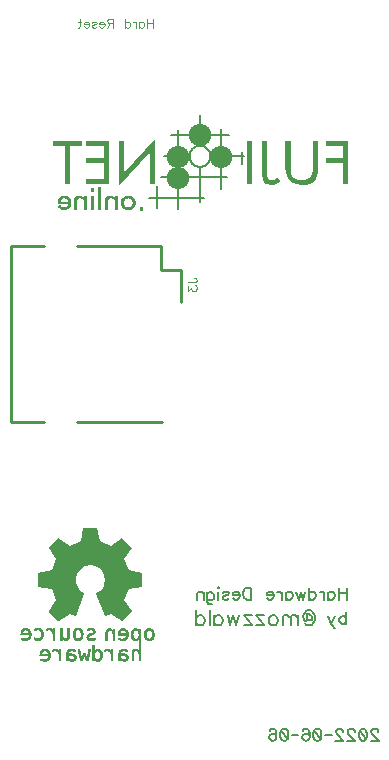
<source format=gbr>
G04 DipTrace 3.3.1.3*
G04 BottomSilk.gbr*
%MOMM*%
G04 #@! TF.FileFunction,Legend,Bot*
G04 #@! TF.Part,Single*
%ADD10C,0.25*%
%ADD12C,0.076*%
%ADD54C,0.15*%
%ADD55O,1.89767X1.88028*%
%ADD56O,1.89767X1.87942*%
%ADD57O,1.89767X1.87856*%
%ADD121C,0.11765*%
%ADD122C,0.15686*%
%ADD123C,0.19608*%
%FSLAX35Y35*%
G04*
G71*
G90*
G75*
G01*
G04 BotSilk*
%LPD*%
X2301147Y3778054D2*
D10*
X1581147D1*
X1301067D2*
X1020987D1*
Y5268132D1*
X1301067D1*
X1581147D2*
X2291067D1*
Y5068056D1*
X2460987D1*
Y4797998D1*
G36*
X3066309Y6156534D2*
X3023305D1*
Y5796326D1*
X3066309D1*
Y6156534D1*
G37*
G36*
X1627183Y6157740D2*
X1379661D1*
Y6116138D1*
X1481670D1*
Y5796068D1*
X1525424D1*
Y6116138D1*
X1627183D1*
Y6157740D1*
G37*
G36*
X1851202D2*
X1660185D1*
Y6116827D1*
X1807448D1*
Y6014157D1*
X1660185D1*
Y5974708D1*
X1808198D1*
Y5835517D1*
X1660185D1*
Y5796068D1*
X1851202D1*
Y6157740D1*
G37*
G36*
X2241237Y5796240D2*
Y6173589D1*
X1976713Y5883062D1*
Y6158516D1*
X1935710D1*
Y5778841D1*
X2200233Y6067817D1*
Y5796240D1*
X2241237D1*
G37*
G36*
X3193570Y6155845D2*
X3150317D1*
Y5869453D1*
X3152817Y5845680D1*
X3158067Y5828282D1*
X3165318Y5814845D1*
X3173319Y5805198D1*
X3185070Y5796671D1*
X3198571Y5790900D1*
X3214572Y5788144D1*
X3234324Y5786335D1*
X3248075D1*
X3261326Y5789694D1*
X3280328Y5799083D1*
X3293079Y5807954D1*
X3305580Y5821563D1*
X3276328Y5850848D1*
X3267327Y5840513D1*
X3258826Y5834053D1*
X3246825Y5828023D1*
X3240824Y5825870D1*
X3233574Y5824922D1*
X3222823Y5825525D1*
X3216822Y5826990D1*
X3212322Y5829057D1*
X3207072Y5832588D1*
X3201821Y5838445D1*
X3197821Y5845422D1*
X3195571Y5850418D1*
X3194820Y5856533D1*
X3193820Y5863510D1*
X3193320Y5868850D1*
X3193570Y6155845D1*
G37*
G36*
X3626108Y6156104D2*
X3582355D1*
Y5924320D1*
X3581104Y5903476D1*
X3575854Y5880564D1*
X3567103Y5861271D1*
X3559353Y5851021D1*
X3548102Y5841546D1*
X3531100Y5832933D1*
X3506848Y5827334D1*
X3486346Y5826301D1*
X3457844Y5829057D1*
X3437592Y5835258D1*
X3422590Y5844044D1*
X3414840Y5851021D1*
X3404339Y5865491D1*
X3395838Y5887110D1*
X3390838Y5921047D1*
Y5953777D1*
Y6156276D1*
X3347084D1*
Y5932158D1*
X3350084Y5892967D1*
X3357335Y5863424D1*
X3367836Y5841202D1*
X3381337Y5823630D1*
X3397588Y5809677D1*
X3417340Y5798824D1*
X3442842Y5790728D1*
X3480596Y5786421D1*
X3490346D1*
X3522099Y5788833D1*
X3550352Y5796154D1*
X3571354Y5806318D1*
X3588855Y5819582D1*
X3603606Y5837670D1*
X3615107Y5859720D1*
X3623108Y5889867D1*
X3626358Y5931900D1*
X3626108Y6156104D1*
G37*
X2994553Y6027680D2*
D54*
X2716028D1*
X2797035Y6261014D2*
Y5749298D1*
X2982052Y6066612D2*
Y5960496D1*
X2872792Y6208387D2*
X2378749D1*
X2621270Y6379533D2*
Y6122254D1*
X2438504Y6254382D2*
Y5579185D1*
X2660273Y5672295D2*
X2193232Y5673931D1*
D55*
X2619145Y6209894D3*
G36*
X3689114Y6156879D2*
X3879881D1*
Y5794001D1*
X3835877D1*
Y5974277D1*
X3689114D1*
Y6013640D1*
X3837127D1*
Y6116483D1*
X3689114D1*
Y6156879D1*
G37*
D56*
X2801411Y6025440D3*
X2440379D3*
D57*
Y5843053D3*
X2534762Y6029790D2*
D54*
X2534978Y6036053D1*
X2535623Y6042287D1*
X2536694Y6048459D1*
X2538186Y6054540D1*
X2540093Y6060501D1*
X2542403Y6066312D1*
X2545108Y6071945D1*
X2548192Y6077373D1*
X2551642Y6082569D1*
X2555440Y6087508D1*
X2559568Y6092166D1*
X2564006Y6096519D1*
X2568731Y6100548D1*
X2573722Y6104232D1*
X2578954Y6107553D1*
X2584401Y6110496D1*
X2590036Y6113045D1*
X2595833Y6115189D1*
X2601763Y6116916D1*
X2607798Y6118219D1*
X2613907Y6119092D1*
X2620061Y6119529D1*
X2626230D1*
X2632384Y6119092D1*
X2638493Y6118219D1*
X2644527Y6116916D1*
X2650457Y6115189D1*
X2656254Y6113045D1*
X2661890Y6110496D1*
X2667337Y6107553D1*
X2672568Y6104232D1*
X2677559Y6100548D1*
X2682285Y6096519D1*
X2686722Y6092166D1*
X2690850Y6087508D1*
X2694648Y6082569D1*
X2698098Y6077373D1*
X2701183Y6071945D1*
X2703887Y6066312D1*
X2706198Y6060501D1*
X2708104Y6054540D1*
X2709597Y6048459D1*
X2710668Y6042287D1*
X2711313Y6036053D1*
X2711528Y6029790D1*
X2711313Y6023526D1*
X2710668Y6017293D1*
X2709597Y6011121D1*
X2708104Y6005039D1*
X2706198Y5999079D1*
X2703887Y5993267D1*
X2701183Y5987634D1*
X2698098Y5982206D1*
X2694648Y5977010D1*
X2690850Y5972072D1*
X2686722Y5967414D1*
X2682285Y5963060D1*
X2677559Y5959031D1*
X2672568Y5955347D1*
X2667337Y5952026D1*
X2661890Y5949084D1*
X2656254Y5946535D1*
X2650457Y5944391D1*
X2644527Y5942663D1*
X2638493Y5941360D1*
X2632384Y5940488D1*
X2626230Y5940051D1*
X2620061D1*
X2613907Y5940488D1*
X2607798Y5941360D1*
X2601763Y5942663D1*
X2595833Y5944391D1*
X2590036Y5946535D1*
X2584401Y5949084D1*
X2578954Y5952026D1*
X2573722Y5955347D1*
X2568731Y5959031D1*
X2564006Y5963060D1*
X2559568Y5967414D1*
X2555440Y5972072D1*
X2551642Y5977010D1*
X2548192Y5982206D1*
X2545108Y5987634D1*
X2542403Y5993267D1*
X2540093Y5999079D1*
X2538186Y6005039D1*
X2536694Y6011121D1*
X2535623Y6017293D1*
X2534978Y6023526D1*
X2534762Y6029790D1*
X2255738Y5773759D2*
Y5592708D1*
X2848040Y5849901D2*
X2294741D1*
X2314993Y6027593D2*
X2514761D1*
X2621270Y5936206D2*
X2619770Y5638358D1*
G36*
X1866440Y2155361D2*
X1822840Y2137415D1*
X1817188Y2140095D1*
X1742100Y2324339D1*
X1743369Y2329117D1*
X1759056Y2337274D1*
X1773243Y2347762D1*
X1786392Y2359999D1*
X1799195Y2376663D1*
X1806807Y2393095D1*
X1813613Y2412556D1*
X1816842Y2430386D1*
X1817534Y2451479D1*
X1814651Y2470358D1*
X1811075Y2483294D1*
X1803693Y2500191D1*
X1793658Y2516157D1*
X1781317Y2530607D1*
X1766207Y2543426D1*
X1750405Y2552749D1*
X1731604Y2560790D1*
X1712457Y2565335D1*
X1694464Y2566850D1*
X1680622Y2565801D1*
X1660899Y2562189D1*
X1642329Y2555429D1*
X1626296Y2546223D1*
X1611878Y2535618D1*
X1597345Y2520236D1*
X1587195Y2505435D1*
X1577968Y2486557D1*
X1573008Y2468960D1*
X1571162Y2455442D1*
X1570470Y2436679D1*
X1572431Y2418383D1*
X1577737Y2399271D1*
X1586503Y2379926D1*
X1597576Y2364777D1*
X1609687Y2351725D1*
X1625258Y2339838D1*
X1643021Y2329816D1*
X1645328Y2326553D1*
X1644866Y2322474D1*
X1569894Y2139163D1*
X1564357Y2137298D1*
X1520296Y2155478D1*
X1426638Y2092898D1*
X1424216D1*
X1344168Y2172259D1*
X1343937Y2175639D1*
X1407030Y2268751D1*
X1368044Y2363028D1*
X1255469Y2384937D1*
X1255700Y2500774D1*
X1368621Y2522566D1*
X1407145Y2615679D1*
X1342553Y2711704D1*
X1425138Y2793629D1*
X1519835Y2729767D1*
X1613724Y2767991D1*
X1635639Y2880681D1*
X1751674Y2880914D1*
X1774050Y2768108D1*
X1867362Y2729534D1*
X1962405Y2793396D1*
X2044644Y2711704D1*
X1980744Y2616727D1*
X2019269Y2522799D1*
X2132074Y2500891D1*
Y2384704D1*
X2019269Y2362446D1*
X1980975Y2270382D1*
X2044413Y2174590D1*
X1962635Y2091733D1*
X1868862Y2155245D1*
X1866440Y2155361D1*
G37*
X1760813Y5770000D2*
D12*
X1776013D1*
X1760813Y5766200D2*
X1776013D1*
X1760813Y5762400D2*
X1776013D1*
X1703813Y5758600D2*
X1715213D1*
X1760813D2*
X1776013D1*
X1700305Y5754800D2*
X1716967D1*
X1760813D2*
X1776013D1*
X1697707Y5751000D2*
X1718044D1*
X1760813D2*
X1776013D1*
X1696889Y5747200D2*
X1718451D1*
X1760813D2*
X1776013D1*
X1697417Y5743400D2*
X1718109D1*
X1760813D2*
X1776013D1*
X1700264Y5739600D2*
X1716912D1*
X1760813D2*
X1776013D1*
X1703813Y5735800D2*
X1715213D1*
X1760813D2*
X1776013D1*
X1760813Y5732000D2*
X1776013D1*
X1760813Y5728200D2*
X1776013D1*
X1760813Y5724400D2*
X1776013D1*
X1760813Y5720600D2*
X1776013D1*
X1760813Y5716800D2*
X1776013D1*
X1760813Y5713000D2*
X1776013D1*
X1760813Y5709200D2*
X1776013D1*
X1760813Y5705400D2*
X1776013D1*
X1760813Y5701600D2*
X1776013D1*
X1760813Y5697800D2*
X1776013D1*
X1456813Y5694000D2*
X1487213D1*
X1582213D2*
X1612613D1*
X1760813D2*
X1776013D1*
X1844413D2*
X1874813D1*
X1996413D2*
X2026813D1*
X1448221Y5690200D2*
X1494066D1*
X1575505D2*
X1619623D1*
X1639213D2*
X1658213D1*
X1700013D2*
X1715213D1*
X1760813D2*
X1776013D1*
X1837705D2*
X1881823D1*
X1901413D2*
X1920413D1*
X1988518D2*
X2035420D1*
X1441241Y5686400D2*
X1500089D1*
X1569984D2*
X1626249D1*
X1638515D2*
X1658213D1*
X1700013D2*
X1715213D1*
X1760813D2*
X1776013D1*
X1832184D2*
X1888449D1*
X1900715D2*
X1920413D1*
X1981593D2*
X2042534D1*
X1436100Y5682600D2*
X1505147D1*
X1565956D2*
X1632708D1*
X1637181D2*
X1658213D1*
X1700013D2*
X1715213D1*
X1760813D2*
X1776013D1*
X1828156D2*
X1894908D1*
X1899381D2*
X1920413D1*
X1975719D2*
X2048159D1*
X1432363Y5678800D2*
X1457560D1*
X1482666D2*
X1509430D1*
X1563012D2*
X1590705D1*
X1616239D2*
X1658213D1*
X1700013D2*
X1715213D1*
X1760813D2*
X1776013D1*
X1825212D2*
X1852905D1*
X1878439D2*
X1920413D1*
X1970897D2*
X2001707D1*
X2021520D2*
X2052806D1*
X1429319Y5675000D2*
X1451552D1*
X1488674D2*
X1512998D1*
X1560667D2*
X1585184D1*
X1623070D2*
X1658213D1*
X1700013D2*
X1715213D1*
X1760813D2*
X1776013D1*
X1822867D2*
X1847384D1*
X1885270D2*
X1920413D1*
X1967030D2*
X1993462D1*
X2029764D2*
X2056839D1*
X1426656Y5671200D2*
X1446628D1*
X1493613D2*
X1515861D1*
X1558720D2*
X1581171D1*
X1628627D2*
X1658213D1*
X1700013D2*
X1715213D1*
X1760813D2*
X1776013D1*
X1820920D2*
X1843371D1*
X1890827D2*
X1920413D1*
X1963919D2*
X1987132D1*
X2036095D2*
X2060284D1*
X1424564Y5667400D2*
X1442829D1*
X1497531D2*
X1518227D1*
X1557247D2*
X1578361D1*
X1632651D2*
X1658213D1*
X1700013D2*
X1715213D1*
X1760813D2*
X1776013D1*
X1819447D2*
X1840561D1*
X1894851D2*
X1920413D1*
X1961148D2*
X1982246D1*
X2040995D2*
X2063078D1*
X1422939Y5663600D2*
X1440171D1*
X1500539D2*
X1520320D1*
X1556369D2*
X1576500D1*
X1635464D2*
X1658213D1*
X1700013D2*
X1715213D1*
X1760813D2*
X1776013D1*
X1818569D2*
X1838700D1*
X1897664D2*
X1920413D1*
X1958608D2*
X1978530D1*
X2044830D2*
X2065305D1*
X1421469Y5659800D2*
X1438298D1*
X1502839D2*
X1522165D1*
X1555931D2*
X1575463D1*
X1637326D2*
X1658213D1*
X1700013D2*
X1715213D1*
X1760813D2*
X1776013D1*
X1818131D2*
X1837663D1*
X1899526D2*
X1920413D1*
X1956676D2*
X1975926D1*
X2047784D2*
X2067040D1*
X1420251Y5656000D2*
X1436727D1*
X1504473D2*
X1523600D1*
X1555737D2*
X1574964D1*
X1638364D2*
X1658213D1*
X1700013D2*
X1715213D1*
X1760813D2*
X1776013D1*
X1817937D2*
X1837164D1*
X1900564D2*
X1920413D1*
X1955416D2*
X1974080D1*
X2050057D2*
X2068457D1*
X1419490Y5652200D2*
X1435461D1*
X1505421D2*
X1524465D1*
X1555659D2*
X1574749D1*
X1638862D2*
X1658213D1*
X1700013D2*
X1715213D1*
X1760813D2*
X1776013D1*
X1817859D2*
X1836949D1*
X1901062D2*
X1920413D1*
X1954377D2*
X1972521D1*
X2051680D2*
X2069826D1*
X1419101Y5648400D2*
X1434626D1*
X1505908D2*
X1524898D1*
X1555629D2*
X1574663D1*
X1639078D2*
X1658213D1*
X1700013D2*
X1715213D1*
X1760813D2*
X1776013D1*
X1817829D2*
X1836863D1*
X1901278D2*
X1920413D1*
X1953224D2*
X1971269D1*
X2052620D2*
X2071002D1*
X1418927Y5644600D2*
X1525090D1*
X1555619D2*
X1574631D1*
X1639164D2*
X1658213D1*
X1700013D2*
X1715213D1*
X1760813D2*
X1776013D1*
X1817819D2*
X1836831D1*
X1901364D2*
X1920413D1*
X1952153D2*
X1970496D1*
X2053082D2*
X2071746D1*
X1418855Y5640800D2*
X1525168D1*
X1555615D2*
X1574619D1*
X1639196D2*
X1658213D1*
X1700013D2*
X1715213D1*
X1760813D2*
X1776013D1*
X1817815D2*
X1836819D1*
X1901396D2*
X1920413D1*
X1951468D2*
X1970103D1*
X2053285D2*
X2072129D1*
X1418827Y5637000D2*
X1525197D1*
X1555614D2*
X1574615D1*
X1639207D2*
X1658213D1*
X1700013D2*
X1715213D1*
X1760813D2*
X1776013D1*
X1817814D2*
X1836815D1*
X1901407D2*
X1920413D1*
X1951236D2*
X1969942D1*
X2053366D2*
X2072286D1*
X1418813Y5633200D2*
X1525193D1*
X1555613D2*
X1574614D1*
X1639211D2*
X1658213D1*
X1700013D2*
X1715213D1*
X1760813D2*
X1776013D1*
X1817813D2*
X1836814D1*
X1901411D2*
X1920413D1*
X1951555D2*
X1970004D1*
X2053382D2*
X2072223D1*
X1506198Y5629400D2*
X1525063D1*
X1555613D2*
X1574613D1*
X1639213D2*
X1658213D1*
X1700013D2*
X1715213D1*
X1760813D2*
X1776013D1*
X1817813D2*
X1836813D1*
X1901413D2*
X1920413D1*
X1952397D2*
X1970461D1*
X2053259D2*
X2071766D1*
X1506065Y5625600D2*
X1524580D1*
X1555613D2*
X1574613D1*
X1639213D2*
X1658213D1*
X1700013D2*
X1715213D1*
X1760813D2*
X1776013D1*
X1817813D2*
X1836813D1*
X1901413D2*
X1920413D1*
X1953360D2*
X1971376D1*
X2052764D2*
X2070850D1*
X1505566Y5621800D2*
X1523655D1*
X1555613D2*
X1574613D1*
X1639213D2*
X1658213D1*
X1700013D2*
X1715213D1*
X1760813D2*
X1776013D1*
X1817813D2*
X1836813D1*
X1901413D2*
X1920413D1*
X1954161D2*
X1972495D1*
X2051706D2*
X2069746D1*
X1504507Y5618000D2*
X1522548D1*
X1555613D2*
X1574613D1*
X1639213D2*
X1658213D1*
X1700013D2*
X1715213D1*
X1760813D2*
X1776013D1*
X1817813D2*
X1836813D1*
X1901413D2*
X1920413D1*
X1955128D2*
X1973790D1*
X2050100D2*
X2068585D1*
X1426413Y5614200D2*
X1434013D1*
X1502900D2*
X1521386D1*
X1555613D2*
X1574613D1*
X1639213D2*
X1658213D1*
X1700013D2*
X1715213D1*
X1760813D2*
X1776013D1*
X1817813D2*
X1836813D1*
X1901413D2*
X1920413D1*
X1956698D2*
X1975684D1*
X2047894D2*
X2067175D1*
X1422955Y5610400D2*
X1436219D1*
X1500680D2*
X1519975D1*
X1555613D2*
X1574613D1*
X1639213D2*
X1658213D1*
X1700013D2*
X1715213D1*
X1760813D2*
X1776013D1*
X1817813D2*
X1836813D1*
X1901413D2*
X1920413D1*
X1958797D2*
X1978392D1*
X2044995D2*
X2065407D1*
X1421366Y5606600D2*
X1439652D1*
X1497573D2*
X1518207D1*
X1555613D2*
X1574613D1*
X1639213D2*
X1658213D1*
X1700013D2*
X1715213D1*
X1760813D2*
X1776013D1*
X1817813D2*
X1836813D1*
X1901413D2*
X1920413D1*
X1961092D2*
X1982010D1*
X2041283D2*
X2063134D1*
X1423478Y5602800D2*
X1445311D1*
X1493712D2*
X1515934D1*
X1555613D2*
X1574613D1*
X1639213D2*
X1658213D1*
X1700013D2*
X1715213D1*
X1760813D2*
X1776013D1*
X1817813D2*
X1836813D1*
X1901413D2*
X1920413D1*
X1963674D2*
X1987555D1*
X2035697D2*
X2060239D1*
X2118013D2*
X2129413D1*
X1426110Y5599000D2*
X1454903D1*
X1484325D2*
X1513024D1*
X1555613D2*
X1574613D1*
X1639213D2*
X1658213D1*
X1700013D2*
X1715213D1*
X1760813D2*
X1776013D1*
X1817813D2*
X1836813D1*
X1901413D2*
X1920413D1*
X1966842D2*
X1997253D1*
X2025983D2*
X2056874D1*
X2114960D2*
X2132466D1*
X1429639Y5595200D2*
X1469546D1*
X1470200D2*
X1509511D1*
X1555613D2*
X1574613D1*
X1639213D2*
X1658213D1*
X1700013D2*
X1715213D1*
X1760813D2*
X1776013D1*
X1817813D2*
X1836813D1*
X1901413D2*
X1920413D1*
X1970764D2*
X2012371D1*
X2010859D2*
X2053109D1*
X2112752D2*
X2134674D1*
X1434235Y5591400D2*
X1505132D1*
X1555613D2*
X1574613D1*
X1639213D2*
X1658213D1*
X1700013D2*
X1715213D1*
X1760813D2*
X1776013D1*
X1817813D2*
X1836813D1*
X1901413D2*
X1920413D1*
X1975590D2*
X2048612D1*
X2111268D2*
X2136159D1*
X1439819Y5587600D2*
X1499295D1*
X1555613D2*
X1574613D1*
X1639213D2*
X1658213D1*
X1700013D2*
X1715213D1*
X1760813D2*
X1776013D1*
X1817813D2*
X1836813D1*
X1901413D2*
X1920413D1*
X1981476D2*
X2042725D1*
X2111225D2*
X2136201D1*
X1446232Y5583800D2*
X1491797D1*
X1555613D2*
X1574613D1*
X1639213D2*
X1658213D1*
X1700013D2*
X1715213D1*
X1760813D2*
X1776013D1*
X1817813D2*
X1836813D1*
X1901413D2*
X1920413D1*
X1988567D2*
X2035207D1*
X2112801D2*
X2134626D1*
X1453013Y5580000D2*
X1483413D1*
X1555613D2*
X1574613D1*
X1639213D2*
X1658213D1*
X1700013D2*
X1715213D1*
X1760813D2*
X1776013D1*
X1817813D2*
X1836813D1*
X1901413D2*
X1920413D1*
X1996413D2*
X2026813D1*
X2115200D2*
X2132227D1*
X2118013Y5576200D2*
X2129413D1*
X1841808Y2032772D2*
X1860808D1*
X1955808D2*
X1978608D1*
X2062208D2*
X2085008D1*
X2176208D2*
X2202808D1*
X1836414Y2028972D2*
X1866519D1*
X1883608D2*
X1895008D1*
X1949100D2*
X1985917D1*
X2057254D2*
X2091275D1*
X2104008D2*
X2115408D1*
X2170669D2*
X2209517D1*
X1832143Y2025172D2*
X1872004D1*
X1882910D2*
X1895008D1*
X1943580D2*
X1991885D1*
X2052825D2*
X2097583D1*
X2102227D2*
X2115408D1*
X2165911D2*
X2215037D1*
X1829201Y2021372D2*
X1877684D1*
X1881576D2*
X1895008D1*
X1939551D2*
X1996656D1*
X2049349D2*
X2115408D1*
X2162058D2*
X2219066D1*
X1827189Y2017572D2*
X1845768D1*
X1868394D2*
X1895008D1*
X1936608D2*
X1956700D1*
X1977847D2*
X2000446D1*
X2046650D2*
X2066023D1*
X2088794D2*
X2115408D1*
X2159057D2*
X2180900D1*
X2202794D2*
X2222009D1*
X1825560Y2013772D2*
X1842604D1*
X1872045D2*
X1895008D1*
X1934262D2*
X1951180D1*
X1983736D2*
X2003386D1*
X2044404D2*
X2062372D1*
X2092445D2*
X2115408D1*
X2156631D2*
X2175380D1*
X2206445D2*
X2224355D1*
X1824280Y2009972D2*
X1840332D1*
X1875227D2*
X1895008D1*
X1932315D2*
X1947166D1*
X1988309D2*
X2005669D1*
X2042495D2*
X2059204D1*
X2095627D2*
X2115408D1*
X2154515D2*
X2171366D1*
X2209627D2*
X2226302D1*
X1823497Y2006172D2*
X1838916D1*
X1877618D2*
X1895008D1*
X1930842D2*
X1944356D1*
X1991668D2*
X2007424D1*
X2041035D2*
X2056932D1*
X2098018D2*
X2115408D1*
X2152661D2*
X2168556D1*
X2212018D2*
X2227775D1*
X1823100Y2002372D2*
X1837812D1*
X1879385D2*
X1895008D1*
X1929964D2*
X1942495D1*
X1994128D2*
X2008848D1*
X2040162D2*
X2055516D1*
X2099785D2*
X2115408D1*
X2151223D2*
X2166695D1*
X2213785D2*
X2228668D1*
X1822923Y1998572D2*
X1836634D1*
X1880915D2*
X1895008D1*
X1929511D2*
X1941455D1*
X1995840D2*
X2010221D1*
X2039725D2*
X2054412D1*
X2101315D2*
X2115408D1*
X2150357D2*
X2165658D1*
X2215315D2*
X2229239D1*
X1822851Y1994772D2*
X1835553D1*
X1882158D2*
X1895008D1*
X1929184D2*
X1940932D1*
X1996878D2*
X2011397D1*
X2039532D2*
X2053234D1*
X2102558D2*
X2115408D1*
X2149924D2*
X2165159D1*
X2216558D2*
X2229917D1*
X1822824Y1990972D2*
X1834850D1*
X1882927D2*
X1895008D1*
X1928619D2*
X2012141D1*
X2039454D2*
X2052153D1*
X2103327D2*
X2115408D1*
X2149732D2*
X2164944D1*
X2217327D2*
X2230905D1*
X1822814Y1987172D2*
X1834484D1*
X1883319D2*
X1895008D1*
X1927647D2*
X2012524D1*
X2039425D2*
X2051450D1*
X2103719D2*
X2115408D1*
X2149654D2*
X2164858D1*
X2217719D2*
X2231895D1*
X1822810Y1983372D2*
X1834317D1*
X1883495D2*
X1895008D1*
X1926505D2*
X2012696D1*
X2039414D2*
X2051098D1*
X2103895D2*
X2115408D1*
X2149625D2*
X2164826D1*
X2217895D2*
X2232434D1*
X1822809Y1979572D2*
X1834249D1*
X1883566D2*
X1895008D1*
X1925408D2*
X2012752D1*
X2039410D2*
X2051066D1*
X2103951D2*
X2115408D1*
X2149614D2*
X2164814D1*
X2217951D2*
X2232306D1*
X1822809Y1975772D2*
X1834223D1*
X1883593D2*
X1895008D1*
X1997594D2*
X2012645D1*
X2039409D2*
X2051482D1*
X2103845D2*
X2115408D1*
X2149610D2*
X2164810D1*
X2217845D2*
X2231558D1*
X1822809Y1971972D2*
X1834213D1*
X1883603D2*
X1895008D1*
X1997460D2*
X2012171D1*
X2039409D2*
X2052366D1*
X2103371D2*
X2115408D1*
X2149624D2*
X2164824D1*
X2217371D2*
X2230651D1*
X1822808Y1968172D2*
X1834210D1*
X1883607D2*
X1895008D1*
X1996961D2*
X2011249D1*
X2039423D2*
X2053345D1*
X2102449D2*
X2115408D1*
X2149757D2*
X2164957D1*
X2216449D2*
X2229999D1*
X1822808Y1964372D2*
X1834209D1*
X1883608D2*
X1895008D1*
X1995902D2*
X2010142D1*
X2039557D2*
X2054153D1*
X2101328D2*
X2115408D1*
X2150256D2*
X2165456D1*
X2215328D2*
X2229523D1*
X1822808Y1960572D2*
X1834209D1*
X1883608D2*
X1895008D1*
X1994281D2*
X2008981D1*
X2040056D2*
X2055137D1*
X2100032D2*
X2115408D1*
X2151300D2*
X2166529D1*
X2214032D2*
X2228866D1*
X1822808Y1956772D2*
X1834209D1*
X1883608D2*
X1895008D1*
X1991837D2*
X2007570D1*
X2041100D2*
X2056915D1*
X2098063D2*
X2115408D1*
X2152773D2*
X2168359D1*
X2212063D2*
X2227757D1*
X1822808Y1952972D2*
X1834208D1*
X1883608D2*
X1895008D1*
X1988528D2*
X2005802D1*
X2042573D2*
X2059479D1*
X2095383D2*
X2115408D1*
X2154494D2*
X2170903D1*
X2209383D2*
X2226258D1*
X1822808Y1949172D2*
X1834208D1*
X1883608D2*
X1895008D1*
X1929208D2*
X1940608D1*
X1979340D2*
X2003530D1*
X2044309D2*
X2066177D1*
X2088660D2*
X2115408D1*
X2156454D2*
X2178998D1*
X2202660D2*
X2224512D1*
X1822808Y1945372D2*
X1834208D1*
X1883608D2*
X1895008D1*
X1929773D2*
X1962696D1*
X1965325D2*
X2000605D1*
X2046402D2*
X2076344D1*
X2078480D2*
X2115408D1*
X2158835D2*
X2191432D1*
X2192480D2*
X2222401D1*
X1822808Y1941572D2*
X1834208D1*
X1883608D2*
X1895008D1*
X1931765D2*
X1996965D1*
X2049256D2*
X2115408D1*
X2161916D2*
X2219402D1*
X1822808Y1937772D2*
X1834208D1*
X1883608D2*
X1895008D1*
X1936947D2*
X1992189D1*
X2053131D2*
X2095710D1*
X2104008D2*
X2115408D1*
X2165869D2*
X2214939D1*
X1822808Y1933972D2*
X1834208D1*
X1883608D2*
X1895008D1*
X1943965D2*
X1985873D1*
X2057607D2*
X2090576D1*
X2104008D2*
X2115408D1*
X2170769D2*
X2209164D1*
X1952008Y1930172D2*
X1978608D1*
X2062208D2*
X2085008D1*
X2104008D2*
X2115408D1*
X2176208D2*
X2202808D1*
X2104008Y1926372D2*
X2115408D1*
X2104008Y1922572D2*
X2115408D1*
X2104008Y1918772D2*
X2115408D1*
X2104008Y1914972D2*
X2115408D1*
X2104008Y1911172D2*
X2115408D1*
X2104008Y1907372D2*
X2115408D1*
X2104008Y1903572D2*
X2115408D1*
X2104008Y1899772D2*
X2115408D1*
X2104008Y1895972D2*
X2115408D1*
X1132214Y2034520D2*
X1155014D1*
X1231014D2*
X1261414D1*
X1329814D2*
X1352614D1*
X1573014D2*
X1599614D1*
X1679414D2*
X1709814D1*
X1125506Y2030720D2*
X1162322D1*
X1226207D2*
X1267411D1*
X1325006D2*
X1358324D1*
X1375414D2*
X1386814D1*
X1440014D2*
X1451414D1*
X1500814D2*
X1512214D1*
X1567475D2*
X1606323D1*
X1674607D2*
X1716065D1*
X1119985Y2026920D2*
X1168290D1*
X1222339D2*
X1272757D1*
X1321134D2*
X1363809D1*
X1374715D2*
X1386814D1*
X1440014D2*
X1451414D1*
X1500814D2*
X1512214D1*
X1562717D2*
X1611843D1*
X1670739D2*
X1721012D1*
X1115957Y2023120D2*
X1173061D1*
X1220924D2*
X1277168D1*
X1319599D2*
X1369490D1*
X1373382D2*
X1386814D1*
X1440014D2*
X1451414D1*
X1500814D2*
X1512214D1*
X1558864D2*
X1615871D1*
X1669324D2*
X1724601D1*
X1113013Y2019320D2*
X1133106D1*
X1154252D2*
X1176852D1*
X1220127D2*
X1231014D1*
X1256852D2*
X1280755D1*
X1318414D2*
X1329814D1*
X1352310D2*
X1386814D1*
X1440014D2*
X1451414D1*
X1500814D2*
X1512214D1*
X1555863D2*
X1577706D1*
X1599599D2*
X1618815D1*
X1668527D2*
X1679414D1*
X1705108D2*
X1727295D1*
X1110668Y2015520D2*
X1127585D1*
X1160141D2*
X1179792D1*
X1219614D2*
X1223414D1*
X1262741D2*
X1283727D1*
X1358772D2*
X1386814D1*
X1440014D2*
X1451414D1*
X1500814D2*
X1512214D1*
X1553437D2*
X1572185D1*
X1603251D2*
X1621160D1*
X1668014D2*
D3*
X1710495D2*
X1729401D1*
X1108721Y2011720D2*
X1123572D1*
X1164715D2*
X1182075D1*
X1267315D2*
X1285964D1*
X1363770D2*
X1386814D1*
X1440014D2*
X1451414D1*
X1500814D2*
X1512214D1*
X1551321D2*
X1568172D1*
X1606433D2*
X1623107D1*
X1714637D2*
X1730926D1*
X1107248Y2007920D2*
X1120762D1*
X1168073D2*
X1183830D1*
X1270673D2*
X1287650D1*
X1367260D2*
X1386814D1*
X1440014D2*
X1451414D1*
X1500814D2*
X1512214D1*
X1549466D2*
X1565362D1*
X1608824D2*
X1624580D1*
X1716266D2*
X1731696D1*
X1106370Y2004120D2*
X1118900D1*
X1170534D2*
X1185254D1*
X1273133D2*
X1289144D1*
X1369608D2*
X1386814D1*
X1440014D2*
X1451414D1*
X1500814D2*
X1512214D1*
X1548029D2*
X1563500D1*
X1610591D2*
X1625473D1*
X1716381D2*
X1731644D1*
X1105917Y2000320D2*
X1117860D1*
X1172245D2*
X1186626D1*
X1274834D2*
X1290372D1*
X1371291D2*
X1386814D1*
X1440014D2*
X1451414D1*
X1500814D2*
X1512214D1*
X1547163D2*
X1562464D1*
X1612121D2*
X1626045D1*
X1714140D2*
X1730782D1*
X1105590Y1996520D2*
X1117338D1*
X1173284D2*
X1187803D1*
X1275804D2*
X1291135D1*
X1372766D2*
X1386814D1*
X1440014D2*
X1451414D1*
X1500814D2*
X1512214D1*
X1546729D2*
X1561965D1*
X1613363D2*
X1626723D1*
X1706987D2*
X1729255D1*
X1105024Y1992720D2*
X1188547D1*
X1276278D2*
X1291526D1*
X1373981D2*
X1386814D1*
X1440014D2*
X1451414D1*
X1500814D2*
X1512214D1*
X1546537D2*
X1561750D1*
X1614132D2*
X1627711D1*
X1697451D2*
X1727049D1*
X1104053Y1988920D2*
X1188930D1*
X1276484D2*
X1291701D1*
X1374739D2*
X1386814D1*
X1440014D2*
X1451414D1*
X1500814D2*
X1512214D1*
X1546460D2*
X1561664D1*
X1614525D2*
X1628700D1*
X1687399D2*
X1723864D1*
X1102911Y1985120D2*
X1189102D1*
X1276566D2*
X1291772D1*
X1375127D2*
X1386814D1*
X1440014D2*
X1451429D1*
X1500814D2*
X1512214D1*
X1546430D2*
X1561632D1*
X1614700D2*
X1629240D1*
X1678958D2*
X1719009D1*
X1101814Y1981320D2*
X1189157D1*
X1276597D2*
X1291799D1*
X1375301D2*
X1386814D1*
X1440014D2*
X1451563D1*
X1500814D2*
X1512214D1*
X1546420D2*
X1561620D1*
X1614757D2*
X1629112D1*
X1672886D2*
X1711520D1*
X1173999Y1977520D2*
X1189051D1*
X1276593D2*
X1291794D1*
X1375372D2*
X1386814D1*
X1440014D2*
X1452047D1*
X1500799D2*
X1512214D1*
X1546416D2*
X1561616D1*
X1614651D2*
X1628364D1*
X1668899D2*
X1701743D1*
X1173866Y1973720D2*
X1188576D1*
X1276464D2*
X1291664D1*
X1375399D2*
X1386814D1*
X1440014D2*
X1452957D1*
X1500666D2*
X1512214D1*
X1546430D2*
X1561630D1*
X1614176D2*
X1627457D1*
X1666344D2*
X1691990D1*
X1173367Y1969920D2*
X1187655D1*
X1275966D2*
X1291181D1*
X1375409D2*
X1386814D1*
X1440014D2*
X1453946D1*
X1500181D2*
X1512214D1*
X1546563D2*
X1561763D1*
X1613255D2*
X1626805D1*
X1664597D2*
X1684503D1*
X1172308Y1966120D2*
X1186548D1*
X1274908D2*
X1290256D1*
X1375412D2*
X1386814D1*
X1440014D2*
X1454757D1*
X1499256D2*
X1512214D1*
X1547062D2*
X1562262D1*
X1612133D2*
X1626328D1*
X1663226D2*
X1679000D1*
X1170686Y1962320D2*
X1185386D1*
X1273286D2*
X1289134D1*
X1375414D2*
X1386814D1*
X1440014D2*
X1455742D1*
X1498134D2*
X1512199D1*
X1548105D2*
X1563335D1*
X1610838D2*
X1625671D1*
X1662151D2*
X1676978D1*
X1168243Y1958520D2*
X1183976D1*
X1270843D2*
X1287853D1*
X1375414D2*
X1386814D1*
X1440014D2*
X1457521D1*
X1496764D2*
X1512066D1*
X1549579D2*
X1565165D1*
X1608869D2*
X1624562D1*
X1662565D2*
X1676660D1*
X1164934Y1954720D2*
X1182208D1*
X1219614D2*
D3*
X1267534D2*
X1286077D1*
X1375414D2*
X1386814D1*
X1440014D2*
X1460084D1*
X1494927D2*
X1511567D1*
X1551300D2*
X1567709D1*
X1606189D2*
X1623063D1*
X1663361D2*
X1678630D1*
X1105614Y1950920D2*
X1117014D1*
X1155745D2*
X1179935D1*
X1219644D2*
X1223414D1*
X1258345D2*
X1283749D1*
X1375414D2*
X1386814D1*
X1440014D2*
X1466783D1*
X1488730D2*
X1510508D1*
X1553259D2*
X1575803D1*
X1599466D2*
X1621318D1*
X1664498D2*
X1687032D1*
X1728814D2*
X1732614D1*
X1106178Y1947120D2*
X1139102D1*
X1141731D2*
X1177010D1*
X1219941D2*
X1241702D1*
X1244331D2*
X1280913D1*
X1375414D2*
X1386814D1*
X1440014D2*
X1476950D1*
X1478869D2*
X1508886D1*
X1555641D2*
X1588238D1*
X1589286D2*
X1619207D1*
X1666341D2*
X1700594D1*
X1702927D2*
X1732410D1*
X1108171Y1943320D2*
X1173371D1*
X1220653D2*
X1277274D1*
X1375414D2*
X1386814D1*
X1440014D2*
X1506536D1*
X1558722D2*
X1616208D1*
X1669138D2*
X1731916D1*
X1113353Y1939520D2*
X1168594D1*
X1224125D2*
X1272666D1*
X1375414D2*
X1386814D1*
X1440014D2*
X1451414D1*
X1463513D2*
X1503082D1*
X1562675D2*
X1611745D1*
X1672961D2*
X1729122D1*
X1120370Y1935720D2*
X1162278D1*
X1229089D2*
X1267257D1*
X1375414D2*
X1386814D1*
X1440014D2*
X1451414D1*
X1468646D2*
X1498465D1*
X1567575D2*
X1605970D1*
X1677805D2*
X1721990D1*
X1128414Y1931920D2*
X1155014D1*
X1234814D2*
X1261414D1*
X1474214D2*
X1493214D1*
X1573014D2*
X1599614D1*
X1683214D2*
X1713614D1*
X1712847Y1892984D2*
X1728047D1*
X2104247D2*
X2115647D1*
X1712847Y1889184D2*
X1728047D1*
X2104247D2*
X2115647D1*
X1712847Y1885384D2*
X1728047D1*
X2104247D2*
X2115647D1*
X1712847Y1881584D2*
X1728047D1*
X2104247D2*
X2115647D1*
X1712847Y1877784D2*
X1728047D1*
X2104247D2*
X2115647D1*
X1712847Y1873984D2*
X1728047D1*
X2104247D2*
X2115647D1*
X1712847Y1870184D2*
X1728047D1*
X2104247D2*
X2115647D1*
X1712847Y1866384D2*
X1728047D1*
X2104247D2*
X2115647D1*
X1712847Y1862584D2*
X1728062D1*
X2104247D2*
X2115647D1*
X1294847Y1858784D2*
X1317647D1*
X1382247D2*
X1405047D1*
X1515247D2*
X1545647D1*
X1712847D2*
X1728207D1*
X1743247D2*
X1766047D1*
X1823047D2*
X1845847D1*
X1956047D2*
X1986447D1*
X2062447D2*
X2081447D1*
X2104232D2*
X2115647D1*
X1288139Y1854984D2*
X1324955D1*
X1377439D2*
X1410757D1*
X1427847D2*
X1439247D1*
X1509693D2*
X1553963D1*
X1587447D2*
X1598847D1*
X1678647D2*
X1693847D1*
X1712847D2*
X1728794D1*
X1738749D2*
X1771586D1*
X1818255D2*
X1851557D1*
X1868647D2*
X1880047D1*
X1950493D2*
X1994763D1*
X2057053D2*
X2087157D1*
X2104088D2*
X2115647D1*
X1282618Y1851184D2*
X1330923D1*
X1373567D2*
X1416243D1*
X1427149D2*
X1439247D1*
X1504817D2*
X1560429D1*
X1587592D2*
X1600146D1*
X1678502D2*
X1692078D1*
X1712847D2*
X1730093D1*
X1733615D2*
X1776344D1*
X1814431D2*
X1857043D1*
X1867949D2*
X1880047D1*
X1945617D2*
X2001229D1*
X2052782D2*
X2092643D1*
X2103500D2*
X2115647D1*
X1278590Y1847384D2*
X1335694D1*
X1372032D2*
X1421923D1*
X1425815D2*
X1439247D1*
X1500613D2*
X1563018D1*
X1588079D2*
X1601292D1*
X1678015D2*
X1690853D1*
X1712847D2*
X1780197D1*
X1813224D2*
X1862723D1*
X1866615D2*
X1880047D1*
X1941413D2*
X2003818D1*
X2049840D2*
X2098323D1*
X2102201D2*
X2115647D1*
X1275646Y1843584D2*
X1295739D1*
X1316886D2*
X1339485D1*
X1370847D2*
X1382247D1*
X1404743D2*
X1439247D1*
X1497201D2*
X1519939D1*
X1549447D2*
X1563961D1*
X1588990D2*
X1602146D1*
X1677105D2*
X1689817D1*
X1712847D2*
X1744139D1*
X1760898D2*
X1783184D1*
X1814086D2*
X1823047D1*
X1845543D2*
X1880047D1*
X1938001D2*
X1960739D1*
X1990247D2*
X2004761D1*
X2047828D2*
X2066407D1*
X2089032D2*
X2115647D1*
X1273301Y1839784D2*
X1290218D1*
X1322774D2*
X1342425D1*
X1411206D2*
X1439247D1*
X1494844D2*
X1514418D1*
X1560847D2*
X1564647D1*
X1589979D2*
X1603003D1*
X1676115D2*
X1688662D1*
X1712847D2*
X1738618D1*
X1765845D2*
X1785491D1*
X1815447D2*
D3*
X1852006D2*
X1880047D1*
X1935644D2*
X1955218D1*
X2001647D2*
X2005447D1*
X2046198D2*
X2063242D1*
X2092684D2*
X2115647D1*
X1271354Y1835984D2*
X1286205D1*
X1327348D2*
X1344708D1*
X1416203D2*
X1439247D1*
X1493524D2*
X1510402D1*
X1590776D2*
X1604080D1*
X1675319D2*
X1687588D1*
X1712847D2*
X1734605D1*
X1769435D2*
X1787256D1*
X1857003D2*
X1880047D1*
X1934324D2*
X1951202D1*
X2044919D2*
X2060971D1*
X2095866D2*
X2115647D1*
X1269881Y1832184D2*
X1283395D1*
X1330706D2*
X1346463D1*
X1419693D2*
X1439247D1*
X1492890D2*
X1507555D1*
X1591612D2*
X1605124D1*
X1674482D2*
X1686873D1*
X1712847D2*
X1731795D1*
X1772128D2*
X1788685D1*
X1860493D2*
X1880047D1*
X1933690D2*
X1948355D1*
X2044136D2*
X2059555D1*
X2098257D2*
X2115647D1*
X1269003Y1828384D2*
X1281533D1*
X1333167D2*
X1347887D1*
X1422041D2*
X1439247D1*
X1492618D2*
X1505498D1*
X1592683D2*
X1605827D1*
X1673411D2*
X1686374D1*
X1712847D2*
X1729934D1*
X1774234D2*
X1790058D1*
X1862841D2*
X1880047D1*
X1933418D2*
X1946298D1*
X2043739D2*
X2058450D1*
X2100024D2*
X2115647D1*
X1268550Y1824584D2*
X1280493D1*
X1334879D2*
X1349259D1*
X1423724D2*
X1439247D1*
X1492509D2*
X1503847D1*
X1593739D2*
X1606323D1*
X1633047D2*
X1644447D1*
X1672370D2*
X1685723D1*
X1712847D2*
X1728897D1*
X1775774D2*
X1791235D1*
X1864524D2*
X1880047D1*
X1933309D2*
X1944647D1*
X2043562D2*
X2057272D1*
X2101554D2*
X2115647D1*
X1268223Y1820784D2*
X1279971D1*
X1335917D2*
X1350436D1*
X1425199D2*
X1439247D1*
X1492469D2*
X1527075D1*
X1594561D2*
X1606972D1*
X1632460D2*
X1646216D1*
X1671667D2*
X1684745D1*
X1712847D2*
X1728398D1*
X1776677D2*
X1791980D1*
X1865999D2*
X1880047D1*
X1933269D2*
X1967875D1*
X2043490D2*
X2056192D1*
X2102796D2*
X2115647D1*
X1267658Y1816984D2*
X1351180D1*
X1426415D2*
X1439247D1*
X1492455D2*
X1543847D1*
X1595407D2*
X1607950D1*
X1631503D2*
X1647441D1*
X1671171D2*
X1683730D1*
X1712847D2*
X1728183D1*
X1777125D2*
X1792363D1*
X1867215D2*
X1880047D1*
X1933255D2*
X1984647D1*
X2043462D2*
X2055489D1*
X2103566D2*
X2115647D1*
X1266686Y1813184D2*
X1351563D1*
X1427173D2*
X1439247D1*
X1492450D2*
X1554725D1*
X1596482D2*
X1608950D1*
X1630386D2*
X1648478D1*
X1670523D2*
X1682924D1*
X1712847D2*
X1728097D1*
X1777322D2*
X1792535D1*
X1867973D2*
X1880047D1*
X1933250D2*
X1995525D1*
X2043452D2*
X2055122D1*
X2103958D2*
X2115647D1*
X1265544Y1809384D2*
X1351735D1*
X1427560D2*
X1439247D1*
X1492448D2*
X1562456D1*
X1597539D2*
X1609637D1*
X1629236D2*
X1649648D1*
X1669545D2*
X1682084D1*
X1712847D2*
X1728065D1*
X1777401D2*
X1792605D1*
X1868360D2*
X1880047D1*
X1933248D2*
X2003256D1*
X2043449D2*
X2054956D1*
X2104133D2*
X2115647D1*
X1264447Y1805584D2*
X1351791D1*
X1427734D2*
X1439247D1*
X1492447D2*
X1503992D1*
X1541086D2*
X1565563D1*
X1598361D2*
X1610126D1*
X1627972D2*
X1636260D1*
X1644462D2*
X1650855D1*
X1668545D2*
X1681012D1*
X1712847D2*
X1728053D1*
X1777431D2*
X1792618D1*
X1868534D2*
X1880047D1*
X1933247D2*
X1944792D1*
X1981886D2*
X2006363D1*
X2043448D2*
X2054888D1*
X2104205D2*
X2115647D1*
X1336632Y1801784D2*
X1351684D1*
X1427805D2*
X1439247D1*
X1492447D2*
X1504479D1*
X1546960D2*
X1567737D1*
X1599207D2*
X1610773D1*
X1626822D2*
X1635303D1*
X1644596D2*
X1652039D1*
X1667857D2*
X1679955D1*
X1712847D2*
X1728049D1*
X1777427D2*
X1792494D1*
X1868605D2*
X1880047D1*
X1933247D2*
X1945279D1*
X1987760D2*
X2008537D1*
X2043447D2*
X2054862D1*
X2104232D2*
X2115647D1*
X1336499Y1797984D2*
X1351209D1*
X1427832D2*
X1439247D1*
X1492447D2*
X1505405D1*
X1551399D2*
X1569446D1*
X1600282D2*
X1611750D1*
X1625959D2*
X1634186D1*
X1645080D2*
X1653315D1*
X1667368D2*
X1679133D1*
X1712847D2*
X1728063D1*
X1777297D2*
X1792013D1*
X1868632D2*
X1880047D1*
X1933247D2*
X1946205D1*
X1992199D2*
X2010246D1*
X2043447D2*
X2054852D1*
X2104242D2*
X2115647D1*
X1336000Y1794184D2*
X1350288D1*
X1427842D2*
X1439247D1*
X1492447D2*
X1506513D1*
X1554773D2*
X1570743D1*
X1601324D2*
X1612765D1*
X1625082D2*
X1633036D1*
X1646005D2*
X1654470D1*
X1666707D2*
X1678287D1*
X1712847D2*
X1728196D1*
X1776799D2*
X1791104D1*
X1868642D2*
X1880047D1*
X1933247D2*
X1947313D1*
X1995573D2*
X2011543D1*
X2043447D2*
X2054849D1*
X2104246D2*
X2115647D1*
X1334941Y1790384D2*
X1349181D1*
X1427846D2*
X1439247D1*
X1492447D2*
X1507675D1*
X1555933D2*
X1571404D1*
X1602028D2*
X1613582D1*
X1623856D2*
X1631758D1*
X1647113D2*
X1655346D1*
X1665584D2*
X1677213D1*
X1712847D2*
X1728695D1*
X1775756D2*
X1790115D1*
X1868646D2*
X1880047D1*
X1933247D2*
X1948475D1*
X1996733D2*
X2012204D1*
X2043447D2*
X2054848D1*
X2104247D2*
X2115647D1*
X1333319Y1786584D2*
X1348020D1*
X1427847D2*
X1439247D1*
X1492447D2*
X1509100D1*
X1556403D2*
X1571321D1*
X1602523D2*
X1614525D1*
X1622214D2*
X1630488D1*
X1648260D2*
X1656313D1*
X1663987D2*
X1676156D1*
X1712847D2*
X1729768D1*
X1774268D2*
X1789319D1*
X1868647D2*
X1880047D1*
X1933247D2*
X1949900D1*
X1997203D2*
X2012121D1*
X2043447D2*
X2054847D1*
X2104247D2*
X2115647D1*
X1330876Y1782784D2*
X1346609D1*
X1427847D2*
X1439247D1*
X1492447D2*
X1511091D1*
X1556356D2*
X1570574D1*
X1603172D2*
X1615993D1*
X1620168D2*
X1629275D1*
X1649537D2*
X1657789D1*
X1661958D2*
X1675333D1*
X1712847D2*
X1731583D1*
X1772339D2*
X1788467D1*
X1868647D2*
X1880047D1*
X1933247D2*
X1951891D1*
X1997156D2*
X2011374D1*
X2043447D2*
X2054847D1*
X2104247D2*
X2115647D1*
X1327567Y1778984D2*
X1344841D1*
X1427847D2*
X1439247D1*
X1492447D2*
X1513719D1*
X1554212D2*
X1569524D1*
X1604150D2*
X1627986D1*
X1650806D2*
X1674487D1*
X1712847D2*
X1734083D1*
X1769948D2*
X1787248D1*
X1868647D2*
X1880047D1*
X1933247D2*
X1954519D1*
X1995012D2*
X2010324D1*
X2043447D2*
X2054847D1*
X2104247D2*
X2115647D1*
X1268247Y1775184D2*
X1279647D1*
X1318379D2*
X1342568D1*
X1427847D2*
X1439247D1*
X1492447D2*
X1521827D1*
X1546404D2*
X1568256D1*
X1605165D2*
X1626827D1*
X1652020D2*
X1673413D1*
X1712847D2*
X1741515D1*
X1763129D2*
X1785574D1*
X1868647D2*
X1880047D1*
X1933247D2*
X1962627D1*
X1987204D2*
X2009056D1*
X2043447D2*
X2054847D1*
X2104247D2*
X2115647D1*
X1268811Y1771384D2*
X1301735D1*
X1304364D2*
X1339644D1*
X1427847D2*
X1439247D1*
X1492447D2*
X1534267D1*
X1534126D2*
X1566356D1*
X1605982D2*
X1625949D1*
X1653309D2*
X1672370D1*
X1712847D2*
X1752631D1*
X1752486D2*
X1783328D1*
X1868647D2*
X1880047D1*
X1933247D2*
X1975067D1*
X1974926D2*
X2007156D1*
X2043447D2*
X2054847D1*
X2104247D2*
X2115647D1*
X1270804Y1767584D2*
X1336004D1*
X1427847D2*
X1439247D1*
X1492447D2*
X1503847D1*
X1511603D2*
X1563537D1*
X1606925D2*
X1624982D1*
X1654463D2*
X1671679D1*
X1712847D2*
X1780304D1*
X1868647D2*
X1880047D1*
X1933247D2*
X1944647D1*
X1952403D2*
X2004337D1*
X2043447D2*
X2054847D1*
X2104247D2*
X2115647D1*
X1275986Y1763784D2*
X1331227D1*
X1427847D2*
X1439247D1*
X1492447D2*
X1503847D1*
X1515993D2*
X1559705D1*
X1608393D2*
X1623505D1*
X1655256D2*
X1671297D1*
X1712847D2*
X1728047D1*
X1735647D2*
X1776374D1*
X1868647D2*
X1880047D1*
X1933247D2*
X1944647D1*
X1956793D2*
X2000505D1*
X2043447D2*
X2054847D1*
X2104247D2*
X2115647D1*
X1283004Y1759984D2*
X1324911D1*
X1427847D2*
X1439247D1*
X1492447D2*
X1503847D1*
X1521093D2*
X1554857D1*
X1610247D2*
X1621647D1*
X1655847D2*
X1671047D1*
X1712847D2*
X1728047D1*
X1739447D2*
X1771482D1*
X1868647D2*
X1880047D1*
X1933247D2*
X1944647D1*
X1961893D2*
X1995657D1*
X2043447D2*
X2054847D1*
X2104247D2*
X2115647D1*
X1291047Y1756184D2*
X1317647D1*
X1526647D2*
X1549447D1*
X1743247D2*
X1766047D1*
X1967447D2*
X1990247D1*
X1760813Y5770000D2*
Y5766200D1*
Y5762400D1*
Y5758600D1*
Y5754800D1*
Y5751000D1*
Y5747200D1*
Y5743400D1*
Y5739600D1*
Y5735800D1*
Y5732000D1*
Y5728200D1*
Y5724400D1*
Y5720600D1*
Y5716800D1*
Y5713000D1*
Y5709200D1*
Y5705400D1*
Y5701600D1*
Y5697800D1*
Y5694000D1*
Y5690200D1*
Y5686400D1*
Y5682600D1*
Y5678800D1*
Y5675000D1*
Y5671200D1*
Y5667400D1*
Y5663600D1*
Y5659800D1*
Y5656000D1*
Y5652200D1*
Y5648400D1*
Y5644600D1*
Y5640800D1*
Y5637000D1*
Y5633200D1*
Y5629400D1*
Y5625600D1*
Y5621800D1*
Y5618000D1*
Y5614200D1*
Y5610400D1*
Y5606600D1*
Y5602800D1*
Y5599000D1*
Y5595200D1*
Y5591400D1*
Y5587600D1*
Y5583800D1*
Y5580000D1*
X1776013Y5770000D2*
Y5766200D1*
Y5762400D1*
Y5758600D1*
Y5754800D1*
Y5751000D1*
Y5747200D1*
Y5743400D1*
Y5739600D1*
Y5735800D1*
Y5732000D1*
Y5728200D1*
Y5724400D1*
Y5720600D1*
Y5716800D1*
Y5713000D1*
Y5709200D1*
Y5705400D1*
Y5701600D1*
Y5697800D1*
Y5694000D1*
Y5690200D1*
Y5686400D1*
Y5682600D1*
Y5678800D1*
Y5675000D1*
Y5671200D1*
Y5667400D1*
Y5663600D1*
Y5659800D1*
Y5656000D1*
Y5652200D1*
Y5648400D1*
Y5644600D1*
Y5640800D1*
Y5637000D1*
Y5633200D1*
Y5629400D1*
Y5625600D1*
Y5621800D1*
Y5618000D1*
Y5614200D1*
Y5610400D1*
Y5606600D1*
Y5602800D1*
Y5599000D1*
Y5595200D1*
Y5591400D1*
Y5587600D1*
Y5583800D1*
Y5580000D1*
X1703813Y5758600D2*
X1700305Y5754800D1*
X1697707Y5751000D1*
X1696889Y5747200D1*
X1697417Y5743400D1*
X1700264Y5739600D1*
X1703813Y5735800D1*
X1715213Y5758600D2*
X1716967Y5754800D1*
X1718044Y5751000D1*
X1718451Y5747200D1*
X1718109Y5743400D1*
X1716912Y5739600D1*
X1715213Y5735800D1*
X1456813Y5694000D2*
X1448221Y5690200D1*
X1441241Y5686400D1*
X1436100Y5682600D1*
X1432363Y5678800D1*
X1429319Y5675000D1*
X1426656Y5671200D1*
X1424564Y5667400D1*
X1422939Y5663600D1*
X1421469Y5659800D1*
X1420251Y5656000D1*
X1419490Y5652200D1*
X1419101Y5648400D1*
X1418927Y5644600D1*
X1418855Y5640800D1*
X1418827Y5637000D1*
X1418813Y5633200D1*
X1487213Y5694000D2*
X1494066Y5690200D1*
X1500089Y5686400D1*
X1505147Y5682600D1*
X1509430Y5678800D1*
X1512998Y5675000D1*
X1515861Y5671200D1*
X1518227Y5667400D1*
X1520320Y5663600D1*
X1522165Y5659800D1*
X1523600Y5656000D1*
X1524465Y5652200D1*
X1524898Y5648400D1*
X1525090Y5644600D1*
X1525168Y5640800D1*
X1525197Y5637000D1*
X1525193Y5633200D1*
X1525063Y5629400D1*
X1524580Y5625600D1*
X1523655Y5621800D1*
X1522548Y5618000D1*
X1521386Y5614200D1*
X1519975Y5610400D1*
X1518207Y5606600D1*
X1515934Y5602800D1*
X1513024Y5599000D1*
X1509511Y5595200D1*
X1505132Y5591400D1*
X1499295Y5587600D1*
X1491797Y5583800D1*
X1483413Y5580000D1*
X1582213Y5694000D2*
X1575505Y5690200D1*
X1569984Y5686400D1*
X1565956Y5682600D1*
X1563012Y5678800D1*
X1560667Y5675000D1*
X1558720Y5671200D1*
X1557247Y5667400D1*
X1556369Y5663600D1*
X1555931Y5659800D1*
X1555737Y5656000D1*
X1555659Y5652200D1*
X1555629Y5648400D1*
X1555619Y5644600D1*
X1555615Y5640800D1*
X1555614Y5637000D1*
X1555613Y5633200D1*
Y5629400D1*
Y5625600D1*
Y5621800D1*
Y5618000D1*
Y5614200D1*
Y5610400D1*
Y5606600D1*
Y5602800D1*
Y5599000D1*
Y5595200D1*
Y5591400D1*
Y5587600D1*
Y5583800D1*
Y5580000D1*
X1612613Y5694000D2*
X1619623Y5690200D1*
X1626249Y5686400D1*
X1632708Y5682600D1*
X1639213Y5678800D1*
X1844413Y5694000D2*
X1837705Y5690200D1*
X1832184Y5686400D1*
X1828156Y5682600D1*
X1825212Y5678800D1*
X1822867Y5675000D1*
X1820920Y5671200D1*
X1819447Y5667400D1*
X1818569Y5663600D1*
X1818131Y5659800D1*
X1817937Y5656000D1*
X1817859Y5652200D1*
X1817829Y5648400D1*
X1817819Y5644600D1*
X1817815Y5640800D1*
X1817814Y5637000D1*
X1817813Y5633200D1*
Y5629400D1*
Y5625600D1*
Y5621800D1*
Y5618000D1*
Y5614200D1*
Y5610400D1*
Y5606600D1*
Y5602800D1*
Y5599000D1*
Y5595200D1*
Y5591400D1*
Y5587600D1*
Y5583800D1*
Y5580000D1*
X1874813Y5694000D2*
X1881823Y5690200D1*
X1888449Y5686400D1*
X1894908Y5682600D1*
X1901413Y5678800D1*
X1996413Y5694000D2*
X1988518Y5690200D1*
X1981593Y5686400D1*
X1975719Y5682600D1*
X1970897Y5678800D1*
X1967030Y5675000D1*
X1963919Y5671200D1*
X1961148Y5667400D1*
X1958608Y5663600D1*
X1956676Y5659800D1*
X1955416Y5656000D1*
X1954377Y5652200D1*
X1953224Y5648400D1*
X1952153Y5644600D1*
X1951468Y5640800D1*
X1951236Y5637000D1*
X1951555Y5633200D1*
X1952397Y5629400D1*
X1953360Y5625600D1*
X1954161Y5621800D1*
X1955128Y5618000D1*
X1956698Y5614200D1*
X1958797Y5610400D1*
X1961092Y5606600D1*
X1963674Y5602800D1*
X1966842Y5599000D1*
X1970764Y5595200D1*
X1975590Y5591400D1*
X1981476Y5587600D1*
X1988567Y5583800D1*
X1996413Y5580000D1*
X2026813Y5694000D2*
X2035420Y5690200D1*
X2042534Y5686400D1*
X2048159Y5682600D1*
X2052806Y5678800D1*
X2056839Y5675000D1*
X2060284Y5671200D1*
X2063078Y5667400D1*
X2065305Y5663600D1*
X2067040Y5659800D1*
X2068457Y5656000D1*
X2069826Y5652200D1*
X2071002Y5648400D1*
X2071746Y5644600D1*
X2072129Y5640800D1*
X2072286Y5637000D1*
X2072223Y5633200D1*
X2071766Y5629400D1*
X2070850Y5625600D1*
X2069746Y5621800D1*
X2068585Y5618000D1*
X2067175Y5614200D1*
X2065407Y5610400D1*
X2063134Y5606600D1*
X2060239Y5602800D1*
X2056874Y5599000D1*
X2053109Y5595200D1*
X2048612Y5591400D1*
X2042725Y5587600D1*
X2035207Y5583800D1*
X2026813Y5580000D1*
X1639213Y5690200D2*
X1638515Y5686400D1*
X1637181Y5682600D1*
X1635413Y5678800D1*
X1658213Y5690200D2*
Y5686400D1*
Y5682600D1*
Y5678800D1*
Y5675000D1*
Y5671200D1*
Y5667400D1*
Y5663600D1*
Y5659800D1*
Y5656000D1*
Y5652200D1*
Y5648400D1*
Y5644600D1*
Y5640800D1*
Y5637000D1*
Y5633200D1*
Y5629400D1*
Y5625600D1*
Y5621800D1*
Y5618000D1*
Y5614200D1*
Y5610400D1*
Y5606600D1*
Y5602800D1*
Y5599000D1*
Y5595200D1*
Y5591400D1*
Y5587600D1*
Y5583800D1*
Y5580000D1*
X1700013Y5690200D2*
Y5686400D1*
Y5682600D1*
Y5678800D1*
Y5675000D1*
Y5671200D1*
Y5667400D1*
Y5663600D1*
Y5659800D1*
Y5656000D1*
Y5652200D1*
Y5648400D1*
Y5644600D1*
Y5640800D1*
Y5637000D1*
Y5633200D1*
Y5629400D1*
Y5625600D1*
Y5621800D1*
Y5618000D1*
Y5614200D1*
Y5610400D1*
Y5606600D1*
Y5602800D1*
Y5599000D1*
Y5595200D1*
Y5591400D1*
Y5587600D1*
Y5583800D1*
Y5580000D1*
X1715213Y5690200D2*
Y5686400D1*
Y5682600D1*
Y5678800D1*
Y5675000D1*
Y5671200D1*
Y5667400D1*
Y5663600D1*
Y5659800D1*
Y5656000D1*
Y5652200D1*
Y5648400D1*
Y5644600D1*
Y5640800D1*
Y5637000D1*
Y5633200D1*
Y5629400D1*
Y5625600D1*
Y5621800D1*
Y5618000D1*
Y5614200D1*
Y5610400D1*
Y5606600D1*
Y5602800D1*
Y5599000D1*
Y5595200D1*
Y5591400D1*
Y5587600D1*
Y5583800D1*
Y5580000D1*
X1901413Y5690200D2*
X1900715Y5686400D1*
X1899381Y5682600D1*
X1897613Y5678800D1*
X1920413Y5690200D2*
Y5686400D1*
Y5682600D1*
Y5678800D1*
Y5675000D1*
Y5671200D1*
Y5667400D1*
Y5663600D1*
Y5659800D1*
Y5656000D1*
Y5652200D1*
Y5648400D1*
Y5644600D1*
Y5640800D1*
Y5637000D1*
Y5633200D1*
Y5629400D1*
Y5625600D1*
Y5621800D1*
Y5618000D1*
Y5614200D1*
Y5610400D1*
Y5606600D1*
Y5602800D1*
Y5599000D1*
Y5595200D1*
Y5591400D1*
Y5587600D1*
Y5583800D1*
Y5580000D1*
X1464413Y5682600D2*
X1457560Y5678800D1*
X1451552Y5675000D1*
X1446628Y5671200D1*
X1442829Y5667400D1*
X1440171Y5663600D1*
X1438298Y5659800D1*
X1436727Y5656000D1*
X1435461Y5652200D1*
X1434626Y5648400D1*
X1434013Y5644600D1*
X1475813Y5682600D2*
X1482666Y5678800D1*
X1488674Y5675000D1*
X1493613Y5671200D1*
X1497531Y5667400D1*
X1500539Y5663600D1*
X1502839Y5659800D1*
X1504473Y5656000D1*
X1505421Y5652200D1*
X1505908Y5648400D1*
X1506213Y5644600D1*
X1597413Y5682600D2*
X1590705Y5678800D1*
X1585184Y5675000D1*
X1581171Y5671200D1*
X1578361Y5667400D1*
X1576500Y5663600D1*
X1575463Y5659800D1*
X1574964Y5656000D1*
X1574749Y5652200D1*
X1574663Y5648400D1*
X1574631Y5644600D1*
X1574619Y5640800D1*
X1574615Y5637000D1*
X1574614Y5633200D1*
X1574613Y5629400D1*
Y5625600D1*
Y5621800D1*
Y5618000D1*
Y5614200D1*
Y5610400D1*
Y5606600D1*
Y5602800D1*
Y5599000D1*
Y5595200D1*
Y5591400D1*
Y5587600D1*
Y5583800D1*
Y5580000D1*
X1608813Y5682600D2*
X1616239Y5678800D1*
X1623070Y5675000D1*
X1628627Y5671200D1*
X1632651Y5667400D1*
X1635464Y5663600D1*
X1637326Y5659800D1*
X1638364Y5656000D1*
X1638862Y5652200D1*
X1639078Y5648400D1*
X1639164Y5644600D1*
X1639196Y5640800D1*
X1639207Y5637000D1*
X1639211Y5633200D1*
X1639213Y5629400D1*
Y5625600D1*
Y5621800D1*
Y5618000D1*
Y5614200D1*
Y5610400D1*
Y5606600D1*
Y5602800D1*
Y5599000D1*
Y5595200D1*
Y5591400D1*
Y5587600D1*
Y5583800D1*
Y5580000D1*
X1859613Y5682600D2*
X1852905Y5678800D1*
X1847384Y5675000D1*
X1843371Y5671200D1*
X1840561Y5667400D1*
X1838700Y5663600D1*
X1837663Y5659800D1*
X1837164Y5656000D1*
X1836949Y5652200D1*
X1836863Y5648400D1*
X1836831Y5644600D1*
X1836819Y5640800D1*
X1836815Y5637000D1*
X1836814Y5633200D1*
X1836813Y5629400D1*
Y5625600D1*
Y5621800D1*
Y5618000D1*
Y5614200D1*
Y5610400D1*
Y5606600D1*
Y5602800D1*
Y5599000D1*
Y5595200D1*
Y5591400D1*
Y5587600D1*
Y5583800D1*
Y5580000D1*
X1871013Y5682600D2*
X1878439Y5678800D1*
X1885270Y5675000D1*
X1890827Y5671200D1*
X1894851Y5667400D1*
X1897664Y5663600D1*
X1899526Y5659800D1*
X1900564Y5656000D1*
X1901062Y5652200D1*
X1901278Y5648400D1*
X1901364Y5644600D1*
X1901396Y5640800D1*
X1901407Y5637000D1*
X1901411Y5633200D1*
X1901413Y5629400D1*
Y5625600D1*
Y5621800D1*
Y5618000D1*
Y5614200D1*
Y5610400D1*
Y5606600D1*
Y5602800D1*
Y5599000D1*
Y5595200D1*
Y5591400D1*
Y5587600D1*
Y5583800D1*
Y5580000D1*
X2011613Y5682600D2*
X2001707Y5678800D1*
X1993462Y5675000D1*
X1987132Y5671200D1*
X1982246Y5667400D1*
X1978530Y5663600D1*
X1975926Y5659800D1*
X1974080Y5656000D1*
X1972521Y5652200D1*
X1971269Y5648400D1*
X1970496Y5644600D1*
X1970103Y5640800D1*
X1969942Y5637000D1*
X1970004Y5633200D1*
X1970461Y5629400D1*
X1971376Y5625600D1*
X1972495Y5621800D1*
X1973790Y5618000D1*
X1975684Y5614200D1*
X1978392Y5610400D1*
X1982010Y5606600D1*
X1987555Y5602800D1*
X1997253Y5599000D1*
X2012371Y5595200D1*
X2030613Y5591400D1*
X2011613Y5682600D2*
X2021520Y5678800D1*
X2029764Y5675000D1*
X2036095Y5671200D1*
X2040995Y5667400D1*
X2044830Y5663600D1*
X2047784Y5659800D1*
X2050057Y5656000D1*
X2051680Y5652200D1*
X2052620Y5648400D1*
X2053082Y5644600D1*
X2053285Y5640800D1*
X2053366Y5637000D1*
X2053382Y5633200D1*
X2053259Y5629400D1*
X2052764Y5625600D1*
X2051706Y5621800D1*
X2050100Y5618000D1*
X2047894Y5614200D1*
X2044995Y5610400D1*
X2041283Y5606600D1*
X2035697Y5602800D1*
X2025983Y5599000D1*
X2010859Y5595200D1*
X1992613Y5591400D1*
X1506213Y5633200D2*
X1506198Y5629400D1*
X1506065Y5625600D1*
X1505566Y5621800D1*
X1504507Y5618000D1*
X1502900Y5614200D1*
X1500680Y5610400D1*
X1497573Y5606600D1*
X1493712Y5602800D1*
X1484325Y5599000D1*
X1470200Y5595200D1*
X1453013Y5591400D1*
X1426413Y5614200D2*
X1422955Y5610400D1*
X1421366Y5606600D1*
X1423478Y5602800D1*
X1426110Y5599000D1*
X1429639Y5595200D1*
X1434235Y5591400D1*
X1439819Y5587600D1*
X1446232Y5583800D1*
X1453013Y5580000D1*
X1434013Y5614200D2*
X1436219Y5610400D1*
X1439652Y5606600D1*
X1445311Y5602800D1*
X1454903Y5599000D1*
X1469546Y5595200D1*
X1487213Y5591400D1*
X2118013Y5602800D2*
X2114960Y5599000D1*
X2112752Y5595200D1*
X2111268Y5591400D1*
X2111225Y5587600D1*
X2112801Y5583800D1*
X2115200Y5580000D1*
X2118013Y5576200D1*
X2129413Y5602800D2*
X2132466Y5599000D1*
X2134674Y5595200D1*
X2136159Y5591400D1*
X2136201Y5587600D1*
X2134626Y5583800D1*
X2132227Y5580000D1*
X2129413Y5576200D1*
X1841808Y2032772D2*
X1836414Y2028972D1*
X1832143Y2025172D1*
X1829201Y2021372D1*
X1827189Y2017572D1*
X1825560Y2013772D1*
X1824280Y2009972D1*
X1823497Y2006172D1*
X1823100Y2002372D1*
X1822923Y1998572D1*
X1822851Y1994772D1*
X1822824Y1990972D1*
X1822814Y1987172D1*
X1822810Y1983372D1*
X1822809Y1979572D1*
Y1975772D1*
Y1971972D1*
X1822808Y1968172D1*
Y1964372D1*
Y1960572D1*
Y1956772D1*
Y1952972D1*
Y1949172D1*
Y1945372D1*
Y1941572D1*
Y1937772D1*
Y1933972D1*
X1860808Y2032772D2*
X1866519Y2028972D1*
X1872004Y2025172D1*
X1877684Y2021372D1*
X1883608Y2017572D1*
X1955808Y2032772D2*
X1949100Y2028972D1*
X1943580Y2025172D1*
X1939551Y2021372D1*
X1936608Y2017572D1*
X1934262Y2013772D1*
X1932315Y2009972D1*
X1930842Y2006172D1*
X1929964Y2002372D1*
X1929511Y1998572D1*
X1929184Y1994772D1*
X1928619Y1990972D1*
X1927647Y1987172D1*
X1926505Y1983372D1*
X1925408Y1979572D1*
X1978608Y2032772D2*
X1985917Y2028972D1*
X1991885Y2025172D1*
X1996656Y2021372D1*
X2000446Y2017572D1*
X2003386Y2013772D1*
X2005669Y2009972D1*
X2007424Y2006172D1*
X2008848Y2002372D1*
X2010221Y1998572D1*
X2011397Y1994772D1*
X2012141Y1990972D1*
X2012524Y1987172D1*
X2012696Y1983372D1*
X2012752Y1979572D1*
X2012645Y1975772D1*
X2012171Y1971972D1*
X2011249Y1968172D1*
X2010142Y1964372D1*
X2008981Y1960572D1*
X2007570Y1956772D1*
X2005802Y1952972D1*
X2003530Y1949172D1*
X2000605Y1945372D1*
X1996965Y1941572D1*
X1992189Y1937772D1*
X1985873Y1933972D1*
X1978608Y1930172D1*
X2062208Y2032772D2*
X2057254Y2028972D1*
X2052825Y2025172D1*
X2049349Y2021372D1*
X2046650Y2017572D1*
X2044404Y2013772D1*
X2042495Y2009972D1*
X2041035Y2006172D1*
X2040162Y2002372D1*
X2039725Y1998572D1*
X2039532Y1994772D1*
X2039454Y1990972D1*
X2039425Y1987172D1*
X2039414Y1983372D1*
X2039410Y1979572D1*
X2039409Y1975772D1*
Y1971972D1*
X2039423Y1968172D1*
X2039557Y1964372D1*
X2040056Y1960572D1*
X2041100Y1956772D1*
X2042573Y1952972D1*
X2044309Y1949172D1*
X2046402Y1945372D1*
X2049256Y1941572D1*
X2053131Y1937772D1*
X2057607Y1933972D1*
X2062208Y1930172D1*
X2085008Y2032772D2*
X2091275Y2028972D1*
X2097583Y2025172D1*
X2104008Y2021372D1*
X2176208Y2032772D2*
X2170669Y2028972D1*
X2165911Y2025172D1*
X2162058Y2021372D1*
X2159057Y2017572D1*
X2156631Y2013772D1*
X2154515Y2009972D1*
X2152661Y2006172D1*
X2151223Y2002372D1*
X2150357Y1998572D1*
X2149924Y1994772D1*
X2149732Y1990972D1*
X2149654Y1987172D1*
X2149625Y1983372D1*
X2149614Y1979572D1*
X2149610Y1975772D1*
X2149624Y1971972D1*
X2149757Y1968172D1*
X2150256Y1964372D1*
X2151300Y1960572D1*
X2152773Y1956772D1*
X2154494Y1952972D1*
X2156454Y1949172D1*
X2158835Y1945372D1*
X2161916Y1941572D1*
X2165869Y1937772D1*
X2170769Y1933972D1*
X2176208Y1930172D1*
X2202808Y2032772D2*
X2209517Y2028972D1*
X2215037Y2025172D1*
X2219066Y2021372D1*
X2222009Y2017572D1*
X2224355Y2013772D1*
X2226302Y2009972D1*
X2227775Y2006172D1*
X2228668Y2002372D1*
X2229239Y1998572D1*
X2229917Y1994772D1*
X2230905Y1990972D1*
X2231895Y1987172D1*
X2232434Y1983372D1*
X2232306Y1979572D1*
X2231558Y1975772D1*
X2230651Y1971972D1*
X2229999Y1968172D1*
X2229523Y1964372D1*
X2228866Y1960572D1*
X2227757Y1956772D1*
X2226258Y1952972D1*
X2224512Y1949172D1*
X2222401Y1945372D1*
X2219402Y1941572D1*
X2214939Y1937772D1*
X2209164Y1933972D1*
X2202808Y1930172D1*
X1883608Y2028972D2*
X1882910Y2025172D1*
X1881576Y2021372D1*
X1879808Y2017572D1*
X1895008Y2028972D2*
Y2025172D1*
Y2021372D1*
Y2017572D1*
Y2013772D1*
Y2009972D1*
Y2006172D1*
Y2002372D1*
Y1998572D1*
Y1994772D1*
Y1990972D1*
Y1987172D1*
Y1983372D1*
Y1979572D1*
Y1975772D1*
Y1971972D1*
Y1968172D1*
Y1964372D1*
Y1960572D1*
Y1956772D1*
Y1952972D1*
Y1949172D1*
Y1945372D1*
Y1941572D1*
Y1937772D1*
Y1933972D1*
X2104008Y2028972D2*
X2102227Y2025172D1*
X2100208Y2021372D1*
X2115408Y2028972D2*
Y2025172D1*
Y2021372D1*
Y2017572D1*
Y2013772D1*
Y2009972D1*
Y2006172D1*
Y2002372D1*
Y1998572D1*
Y1994772D1*
Y1990972D1*
Y1987172D1*
Y1983372D1*
Y1979572D1*
Y1975772D1*
Y1971972D1*
Y1968172D1*
Y1964372D1*
Y1960572D1*
Y1956772D1*
Y1952972D1*
Y1949172D1*
Y1945372D1*
Y1941572D1*
Y1937772D1*
Y1933972D1*
Y1930172D1*
Y1926372D1*
Y1922572D1*
Y1918772D1*
Y1914972D1*
Y1911172D1*
Y1907372D1*
Y1903572D1*
Y1899772D1*
Y1895972D1*
X1849408Y2021372D2*
X1845768Y2017572D1*
X1842604Y2013772D1*
X1840332Y2009972D1*
X1838916Y2006172D1*
X1837812Y2002372D1*
X1836634Y1998572D1*
X1835553Y1994772D1*
X1834850Y1990972D1*
X1834484Y1987172D1*
X1834317Y1983372D1*
X1834249Y1979572D1*
X1834223Y1975772D1*
X1834213Y1971972D1*
X1834210Y1968172D1*
X1834209Y1964372D1*
Y1960572D1*
Y1956772D1*
X1834208Y1952972D1*
Y1949172D1*
Y1945372D1*
Y1941572D1*
Y1937772D1*
Y1933972D1*
X1864608Y2021372D2*
X1868394Y2017572D1*
X1872045Y2013772D1*
X1875227Y2009972D1*
X1877618Y2006172D1*
X1879385Y2002372D1*
X1880915Y1998572D1*
X1882158Y1994772D1*
X1882927Y1990972D1*
X1883319Y1987172D1*
X1883495Y1983372D1*
X1883566Y1979572D1*
X1883593Y1975772D1*
X1883603Y1971972D1*
X1883607Y1968172D1*
X1883608Y1964372D1*
Y1960572D1*
Y1956772D1*
Y1952972D1*
Y1949172D1*
Y1945372D1*
Y1941572D1*
Y1937772D1*
Y1933972D1*
X1963408Y2021372D2*
X1956700Y2017572D1*
X1951180Y2013772D1*
X1947166Y2009972D1*
X1944356Y2006172D1*
X1942495Y2002372D1*
X1941455Y1998572D1*
X1940932Y1994772D1*
X1940608Y1990972D1*
X1971008Y2021372D2*
X1977847Y2017572D1*
X1983736Y2013772D1*
X1988309Y2009972D1*
X1991668Y2006172D1*
X1994128Y2002372D1*
X1995840Y1998572D1*
X1996878Y1994772D1*
X1997608Y1990972D1*
X2069808Y2021372D2*
X2066023Y2017572D1*
X2062372Y2013772D1*
X2059204Y2009972D1*
X2056932Y2006172D1*
X2055516Y2002372D1*
X2054412Y1998572D1*
X2053234Y1994772D1*
X2052153Y1990972D1*
X2051450Y1987172D1*
X2051098Y1983372D1*
X2051066Y1979572D1*
X2051482Y1975772D1*
X2052366Y1971972D1*
X2053345Y1968172D1*
X2054153Y1964372D1*
X2055137Y1960572D1*
X2056915Y1956772D1*
X2059479Y1952972D1*
X2066177Y1949172D1*
X2076344Y1945372D1*
X2088808Y1941572D1*
X2085008Y2021372D2*
X2088794Y2017572D1*
X2092445Y2013772D1*
X2095627Y2009972D1*
X2098018Y2006172D1*
X2099785Y2002372D1*
X2101315Y1998572D1*
X2102558Y1994772D1*
X2103327Y1990972D1*
X2103719Y1987172D1*
X2103895Y1983372D1*
X2103951Y1979572D1*
X2103845Y1975772D1*
X2103371Y1971972D1*
X2102449Y1968172D1*
X2101328Y1964372D1*
X2100032Y1960572D1*
X2098063Y1956772D1*
X2095383Y1952972D1*
X2088660Y1949172D1*
X2078480Y1945372D1*
X2066008Y1941572D1*
X2187608Y2021372D2*
X2180900Y2017572D1*
X2175380Y2013772D1*
X2171366Y2009972D1*
X2168556Y2006172D1*
X2166695Y2002372D1*
X2165658Y1998572D1*
X2165159Y1994772D1*
X2164944Y1990972D1*
X2164858Y1987172D1*
X2164826Y1983372D1*
X2164814Y1979572D1*
X2164810Y1975772D1*
X2164824Y1971972D1*
X2164957Y1968172D1*
X2165456Y1964372D1*
X2166529Y1960572D1*
X2168359Y1956772D1*
X2170903Y1952972D1*
X2178998Y1949172D1*
X2191432Y1945372D1*
X2206608Y1941572D1*
X2199008Y2021372D2*
X2202794Y2017572D1*
X2206445Y2013772D1*
X2209627Y2009972D1*
X2212018Y2006172D1*
X2213785Y2002372D1*
X2215315Y1998572D1*
X2216558Y1994772D1*
X2217327Y1990972D1*
X2217719Y1987172D1*
X2217895Y1983372D1*
X2217951Y1979572D1*
X2217845Y1975772D1*
X2217371Y1971972D1*
X2216449Y1968172D1*
X2215328Y1964372D1*
X2214032Y1960572D1*
X2212063Y1956772D1*
X2209383Y1952972D1*
X2202660Y1949172D1*
X2192480Y1945372D1*
X2180008Y1941572D1*
X1997608Y1979572D2*
X1997594Y1975772D1*
X1997460Y1971972D1*
X1996961Y1968172D1*
X1995902Y1964372D1*
X1994281Y1960572D1*
X1991837Y1956772D1*
X1988528Y1952972D1*
X1979340Y1949172D1*
X1965325Y1945372D1*
X1948208Y1941572D1*
X1929208Y1949172D2*
X1929773Y1945372D1*
X1931765Y1941572D1*
X1936947Y1937772D1*
X1943965Y1933972D1*
X1952008Y1930172D1*
X1940608Y1949172D2*
X1962696Y1945372D1*
X1986208Y1941572D1*
X2100208D2*
X2095710Y1937772D1*
X2090576Y1933972D1*
X2085008Y1930172D1*
X2104008Y1941572D2*
Y1937772D1*
Y1933972D1*
Y1930172D1*
Y1926372D1*
Y1922572D1*
Y1918772D1*
Y1914972D1*
Y1911172D1*
Y1907372D1*
Y1903572D1*
Y1899772D1*
Y1895972D1*
X1132214Y2034520D2*
X1125506Y2030720D1*
X1119985Y2026920D1*
X1115957Y2023120D1*
X1113013Y2019320D1*
X1110668Y2015520D1*
X1108721Y2011720D1*
X1107248Y2007920D1*
X1106370Y2004120D1*
X1105917Y2000320D1*
X1105590Y1996520D1*
X1105024Y1992720D1*
X1104053Y1988920D1*
X1102911Y1985120D1*
X1101814Y1981320D1*
X1155014Y2034520D2*
X1162322Y2030720D1*
X1168290Y2026920D1*
X1173061Y2023120D1*
X1176852Y2019320D1*
X1179792Y2015520D1*
X1182075Y2011720D1*
X1183830Y2007920D1*
X1185254Y2004120D1*
X1186626Y2000320D1*
X1187803Y1996520D1*
X1188547Y1992720D1*
X1188930Y1988920D1*
X1189102Y1985120D1*
X1189157Y1981320D1*
X1189051Y1977520D1*
X1188576Y1973720D1*
X1187655Y1969920D1*
X1186548Y1966120D1*
X1185386Y1962320D1*
X1183976Y1958520D1*
X1182208Y1954720D1*
X1179935Y1950920D1*
X1177010Y1947120D1*
X1173371Y1943320D1*
X1168594Y1939520D1*
X1162278Y1935720D1*
X1155014Y1931920D1*
X1231014Y2034520D2*
X1226207Y2030720D1*
X1222339Y2026920D1*
X1220924Y2023120D1*
X1220127Y2019320D1*
X1219614Y2015520D1*
X1261414Y2034520D2*
X1267411Y2030720D1*
X1272757Y2026920D1*
X1277168Y2023120D1*
X1280755Y2019320D1*
X1283727Y2015520D1*
X1285964Y2011720D1*
X1287650Y2007920D1*
X1289144Y2004120D1*
X1290372Y2000320D1*
X1291135Y1996520D1*
X1291526Y1992720D1*
X1291701Y1988920D1*
X1291772Y1985120D1*
X1291799Y1981320D1*
X1291794Y1977520D1*
X1291664Y1973720D1*
X1291181Y1969920D1*
X1290256Y1966120D1*
X1289134Y1962320D1*
X1287853Y1958520D1*
X1286077Y1954720D1*
X1283749Y1950920D1*
X1280913Y1947120D1*
X1277274Y1943320D1*
X1272666Y1939520D1*
X1267257Y1935720D1*
X1261414Y1931920D1*
X1329814Y2034520D2*
X1325006Y2030720D1*
X1321134Y2026920D1*
X1319599Y2023120D1*
X1318414Y2019320D1*
X1352614Y2034520D2*
X1358324Y2030720D1*
X1363809Y2026920D1*
X1369490Y2023120D1*
X1375414Y2019320D1*
X1573014Y2034520D2*
X1567475Y2030720D1*
X1562717Y2026920D1*
X1558864Y2023120D1*
X1555863Y2019320D1*
X1553437Y2015520D1*
X1551321Y2011720D1*
X1549466Y2007920D1*
X1548029Y2004120D1*
X1547163Y2000320D1*
X1546729Y1996520D1*
X1546537Y1992720D1*
X1546460Y1988920D1*
X1546430Y1985120D1*
X1546420Y1981320D1*
X1546416Y1977520D1*
X1546430Y1973720D1*
X1546563Y1969920D1*
X1547062Y1966120D1*
X1548105Y1962320D1*
X1549579Y1958520D1*
X1551300Y1954720D1*
X1553259Y1950920D1*
X1555641Y1947120D1*
X1558722Y1943320D1*
X1562675Y1939520D1*
X1567575Y1935720D1*
X1573014Y1931920D1*
X1599614Y2034520D2*
X1606323Y2030720D1*
X1611843Y2026920D1*
X1615871Y2023120D1*
X1618815Y2019320D1*
X1621160Y2015520D1*
X1623107Y2011720D1*
X1624580Y2007920D1*
X1625473Y2004120D1*
X1626045Y2000320D1*
X1626723Y1996520D1*
X1627711Y1992720D1*
X1628700Y1988920D1*
X1629240Y1985120D1*
X1629112Y1981320D1*
X1628364Y1977520D1*
X1627457Y1973720D1*
X1626805Y1969920D1*
X1626328Y1966120D1*
X1625671Y1962320D1*
X1624562Y1958520D1*
X1623063Y1954720D1*
X1621318Y1950920D1*
X1619207Y1947120D1*
X1616208Y1943320D1*
X1611745Y1939520D1*
X1605970Y1935720D1*
X1599614Y1931920D1*
X1679414Y2034520D2*
X1674607Y2030720D1*
X1670739Y2026920D1*
X1669324Y2023120D1*
X1668527Y2019320D1*
X1668014Y2015520D1*
X1709814Y2034520D2*
X1716065Y2030720D1*
X1721012Y2026920D1*
X1724601Y2023120D1*
X1727295Y2019320D1*
X1729401Y2015520D1*
X1730926Y2011720D1*
X1731696Y2007920D1*
X1731644Y2004120D1*
X1730782Y2000320D1*
X1729255Y1996520D1*
X1727049Y1992720D1*
X1723864Y1988920D1*
X1719009Y1985120D1*
X1711520Y1981320D1*
X1701743Y1977520D1*
X1691990Y1973720D1*
X1684503Y1969920D1*
X1679000Y1966120D1*
X1676978Y1962320D1*
X1676660Y1958520D1*
X1678630Y1954720D1*
X1687032Y1950920D1*
X1700594Y1947120D1*
X1717414Y1943320D1*
X1375414Y2030720D2*
X1374715Y2026920D1*
X1373382Y2023120D1*
X1371614Y2019320D1*
X1386814Y2030720D2*
Y2026920D1*
Y2023120D1*
Y2019320D1*
Y2015520D1*
Y2011720D1*
Y2007920D1*
Y2004120D1*
Y2000320D1*
Y1996520D1*
Y1992720D1*
Y1988920D1*
Y1985120D1*
Y1981320D1*
Y1977520D1*
Y1973720D1*
Y1969920D1*
Y1966120D1*
Y1962320D1*
Y1958520D1*
Y1954720D1*
Y1950920D1*
Y1947120D1*
Y1943320D1*
Y1939520D1*
Y1935720D1*
X1440014Y2030720D2*
Y2026920D1*
Y2023120D1*
Y2019320D1*
Y2015520D1*
Y2011720D1*
Y2007920D1*
Y2004120D1*
Y2000320D1*
Y1996520D1*
Y1992720D1*
Y1988920D1*
Y1985120D1*
Y1981320D1*
Y1977520D1*
Y1973720D1*
Y1969920D1*
Y1966120D1*
Y1962320D1*
Y1958520D1*
Y1954720D1*
Y1950920D1*
Y1947120D1*
Y1943320D1*
Y1939520D1*
Y1935720D1*
X1451414Y2030720D2*
Y2026920D1*
Y2023120D1*
Y2019320D1*
Y2015520D1*
Y2011720D1*
Y2007920D1*
Y2004120D1*
Y2000320D1*
Y1996520D1*
Y1992720D1*
Y1988920D1*
X1451429Y1985120D1*
X1451563Y1981320D1*
X1452047Y1977520D1*
X1452957Y1973720D1*
X1453946Y1969920D1*
X1454757Y1966120D1*
X1455742Y1962320D1*
X1457521Y1958520D1*
X1460084Y1954720D1*
X1466783Y1950920D1*
X1476950Y1947120D1*
X1489414Y1943320D1*
X1500814Y2030720D2*
Y2026920D1*
Y2023120D1*
Y2019320D1*
Y2015520D1*
Y2011720D1*
Y2007920D1*
Y2004120D1*
Y2000320D1*
Y1996520D1*
Y1992720D1*
Y1988920D1*
Y1985120D1*
Y1981320D1*
X1500799Y1977520D1*
X1500666Y1973720D1*
X1500181Y1969920D1*
X1499256Y1966120D1*
X1498134Y1962320D1*
X1496764Y1958520D1*
X1494927Y1954720D1*
X1488730Y1950920D1*
X1478869Y1947120D1*
X1466614Y1943320D1*
X1512214Y2030720D2*
Y2026920D1*
Y2023120D1*
Y2019320D1*
Y2015520D1*
Y2011720D1*
Y2007920D1*
Y2004120D1*
Y2000320D1*
Y1996520D1*
Y1992720D1*
Y1988920D1*
Y1985120D1*
Y1981320D1*
Y1977520D1*
Y1973720D1*
Y1969920D1*
Y1966120D1*
X1512199Y1962320D1*
X1512066Y1958520D1*
X1511567Y1954720D1*
X1510508Y1950920D1*
X1508886Y1947120D1*
X1506536Y1943320D1*
X1503082Y1939520D1*
X1498465Y1935720D1*
X1493214Y1931920D1*
X1139814Y2023120D2*
X1133106Y2019320D1*
X1127585Y2015520D1*
X1123572Y2011720D1*
X1120762Y2007920D1*
X1118900Y2004120D1*
X1117860Y2000320D1*
X1117338Y1996520D1*
X1117014Y1992720D1*
X1147414Y2023120D2*
X1154252Y2019320D1*
X1160141Y2015520D1*
X1164715Y2011720D1*
X1168073Y2007920D1*
X1170534Y2004120D1*
X1172245Y2000320D1*
X1173284Y1996520D1*
X1174014Y1992720D1*
X1238614Y2023120D2*
X1231014Y2019320D1*
X1223414Y2015520D1*
X1250014Y2023120D2*
X1256852Y2019320D1*
X1262741Y2015520D1*
X1267315Y2011720D1*
X1270673Y2007920D1*
X1273133Y2004120D1*
X1274834Y2000320D1*
X1275804Y1996520D1*
X1276278Y1992720D1*
X1276484Y1988920D1*
X1276566Y1985120D1*
X1276597Y1981320D1*
X1276593Y1977520D1*
X1276464Y1973720D1*
X1275966Y1969920D1*
X1274908Y1966120D1*
X1273286Y1962320D1*
X1270843Y1958520D1*
X1267534Y1954720D1*
X1258345Y1950920D1*
X1244331Y1947120D1*
X1227214Y1943320D1*
X1333614Y2023120D2*
X1329814Y2019320D1*
X1345014Y2023120D2*
X1352310Y2019320D1*
X1358772Y2015520D1*
X1363770Y2011720D1*
X1367260Y2007920D1*
X1369608Y2004120D1*
X1371291Y2000320D1*
X1372766Y1996520D1*
X1373981Y1992720D1*
X1374739Y1988920D1*
X1375127Y1985120D1*
X1375301Y1981320D1*
X1375372Y1977520D1*
X1375399Y1973720D1*
X1375409Y1969920D1*
X1375412Y1966120D1*
X1375414Y1962320D1*
Y1958520D1*
Y1954720D1*
Y1950920D1*
Y1947120D1*
Y1943320D1*
Y1939520D1*
Y1935720D1*
X1584414Y2023120D2*
X1577706Y2019320D1*
X1572185Y2015520D1*
X1568172Y2011720D1*
X1565362Y2007920D1*
X1563500Y2004120D1*
X1562464Y2000320D1*
X1561965Y1996520D1*
X1561750Y1992720D1*
X1561664Y1988920D1*
X1561632Y1985120D1*
X1561620Y1981320D1*
X1561616Y1977520D1*
X1561630Y1973720D1*
X1561763Y1969920D1*
X1562262Y1966120D1*
X1563335Y1962320D1*
X1565165Y1958520D1*
X1567709Y1954720D1*
X1575803Y1950920D1*
X1588238Y1947120D1*
X1603414Y1943320D1*
X1595814Y2023120D2*
X1599599Y2019320D1*
X1603251Y2015520D1*
X1606433Y2011720D1*
X1608824Y2007920D1*
X1610591Y2004120D1*
X1612121Y2000320D1*
X1613363Y1996520D1*
X1614132Y1992720D1*
X1614525Y1988920D1*
X1614700Y1985120D1*
X1614757Y1981320D1*
X1614651Y1977520D1*
X1614176Y1973720D1*
X1613255Y1969920D1*
X1612133Y1966120D1*
X1610838Y1962320D1*
X1608869Y1958520D1*
X1606189Y1954720D1*
X1599466Y1950920D1*
X1589286Y1947120D1*
X1576814Y1943320D1*
X1690814Y2023120D2*
X1679414Y2019320D1*
X1668014Y2015520D1*
X1698414Y2023120D2*
X1705108Y2019320D1*
X1710495Y2015520D1*
X1714637Y2011720D1*
X1716266Y2007920D1*
X1716381Y2004120D1*
X1714140Y2000320D1*
X1706987Y1996520D1*
X1697451Y1992720D1*
X1687399Y1988920D1*
X1678958Y1985120D1*
X1672886Y1981320D1*
X1668899Y1977520D1*
X1666344Y1973720D1*
X1664597Y1969920D1*
X1663226Y1966120D1*
X1662151Y1962320D1*
X1662565Y1958520D1*
X1663361Y1954720D1*
X1664498Y1950920D1*
X1666341Y1947120D1*
X1669138Y1943320D1*
X1672961Y1939520D1*
X1677805Y1935720D1*
X1683214Y1931920D1*
X1174014Y1981320D2*
X1173999Y1977520D1*
X1173866Y1973720D1*
X1173367Y1969920D1*
X1172308Y1966120D1*
X1170686Y1962320D1*
X1168243Y1958520D1*
X1164934Y1954720D1*
X1155745Y1950920D1*
X1141731Y1947120D1*
X1124614Y1943320D1*
X1219614Y1954720D2*
X1219644Y1950920D1*
X1219941Y1947120D1*
X1220653Y1943320D1*
X1224125Y1939520D1*
X1229089Y1935720D1*
X1234814Y1931920D1*
X1105614Y1950920D2*
X1106178Y1947120D1*
X1108171Y1943320D1*
X1113353Y1939520D1*
X1120370Y1935720D1*
X1128414Y1931920D1*
X1117014Y1950920D2*
X1139102Y1947120D1*
X1162614Y1943320D1*
X1223414Y1950920D2*
X1241702Y1947120D1*
X1261414Y1943320D1*
X1728814Y1950920D2*
X1702927Y1947120D1*
X1675614Y1943320D1*
X1732614Y1950920D2*
X1732410Y1947120D1*
X1731916Y1943320D1*
X1729122Y1939520D1*
X1721990Y1935720D1*
X1713614Y1931920D1*
X1451414Y1943320D2*
Y1939520D1*
Y1935720D1*
X1459014Y1943320D2*
X1463513Y1939520D1*
X1468646Y1935720D1*
X1474214Y1931920D1*
X1712847Y1892984D2*
Y1889184D1*
Y1885384D1*
Y1881584D1*
Y1877784D1*
Y1873984D1*
Y1870184D1*
Y1866384D1*
Y1862584D1*
Y1858784D1*
Y1854984D1*
Y1851184D1*
Y1847384D1*
Y1843584D1*
Y1839784D1*
Y1835984D1*
Y1832184D1*
Y1828384D1*
Y1824584D1*
Y1820784D1*
Y1816984D1*
Y1813184D1*
Y1809384D1*
Y1805584D1*
Y1801784D1*
Y1797984D1*
Y1794184D1*
Y1790384D1*
Y1786584D1*
Y1782784D1*
Y1778984D1*
Y1775184D1*
Y1771384D1*
Y1767584D1*
Y1763784D1*
Y1759984D1*
X1728047Y1892984D2*
Y1889184D1*
Y1885384D1*
Y1881584D1*
Y1877784D1*
Y1873984D1*
Y1870184D1*
Y1866384D1*
X1728062Y1862584D1*
X1728207Y1858784D1*
X1728794Y1854984D1*
X1730093Y1851184D1*
X1731847Y1847384D1*
X2104247Y1892984D2*
Y1889184D1*
Y1885384D1*
Y1881584D1*
Y1877784D1*
Y1873984D1*
Y1870184D1*
Y1866384D1*
Y1862584D1*
X2104232Y1858784D1*
X2104088Y1854984D1*
X2103500Y1851184D1*
X2102201Y1847384D1*
X2100447Y1843584D1*
X2115647Y1892984D2*
Y1889184D1*
Y1885384D1*
Y1881584D1*
Y1877784D1*
Y1873984D1*
Y1870184D1*
Y1866384D1*
Y1862584D1*
Y1858784D1*
Y1854984D1*
Y1851184D1*
Y1847384D1*
Y1843584D1*
Y1839784D1*
Y1835984D1*
Y1832184D1*
Y1828384D1*
Y1824584D1*
Y1820784D1*
Y1816984D1*
Y1813184D1*
Y1809384D1*
Y1805584D1*
Y1801784D1*
Y1797984D1*
Y1794184D1*
Y1790384D1*
Y1786584D1*
Y1782784D1*
Y1778984D1*
Y1775184D1*
Y1771384D1*
Y1767584D1*
Y1763784D1*
Y1759984D1*
X1294847Y1858784D2*
X1288139Y1854984D1*
X1282618Y1851184D1*
X1278590Y1847384D1*
X1275646Y1843584D1*
X1273301Y1839784D1*
X1271354Y1835984D1*
X1269881Y1832184D1*
X1269003Y1828384D1*
X1268550Y1824584D1*
X1268223Y1820784D1*
X1267658Y1816984D1*
X1266686Y1813184D1*
X1265544Y1809384D1*
X1264447Y1805584D1*
X1317647Y1858784D2*
X1324955Y1854984D1*
X1330923Y1851184D1*
X1335694Y1847384D1*
X1339485Y1843584D1*
X1342425Y1839784D1*
X1344708Y1835984D1*
X1346463Y1832184D1*
X1347887Y1828384D1*
X1349259Y1824584D1*
X1350436Y1820784D1*
X1351180Y1816984D1*
X1351563Y1813184D1*
X1351735Y1809384D1*
X1351791Y1805584D1*
X1351684Y1801784D1*
X1351209Y1797984D1*
X1350288Y1794184D1*
X1349181Y1790384D1*
X1348020Y1786584D1*
X1346609Y1782784D1*
X1344841Y1778984D1*
X1342568Y1775184D1*
X1339644Y1771384D1*
X1336004Y1767584D1*
X1331227Y1763784D1*
X1324911Y1759984D1*
X1317647Y1756184D1*
X1382247Y1858784D2*
X1377439Y1854984D1*
X1373567Y1851184D1*
X1372032Y1847384D1*
X1370847Y1843584D1*
X1405047Y1858784D2*
X1410757Y1854984D1*
X1416243Y1851184D1*
X1421923Y1847384D1*
X1427847Y1843584D1*
X1515247Y1858784D2*
X1509693Y1854984D1*
X1504817Y1851184D1*
X1500613Y1847384D1*
X1497201Y1843584D1*
X1494844Y1839784D1*
X1493524Y1835984D1*
X1492890Y1832184D1*
X1492618Y1828384D1*
X1492509Y1824584D1*
X1492469Y1820784D1*
X1492455Y1816984D1*
X1492450Y1813184D1*
X1492448Y1809384D1*
X1492447Y1805584D1*
Y1801784D1*
Y1797984D1*
Y1794184D1*
Y1790384D1*
Y1786584D1*
Y1782784D1*
Y1778984D1*
Y1775184D1*
Y1771384D1*
Y1767584D1*
Y1763784D1*
Y1759984D1*
X1545647Y1858784D2*
X1553963Y1854984D1*
X1560429Y1851184D1*
X1563018Y1847384D1*
X1563961Y1843584D1*
X1564647Y1839784D1*
X1743247Y1858784D2*
X1738749Y1854984D1*
X1733615Y1851184D1*
X1728047Y1847384D1*
X1766047Y1858784D2*
X1771586Y1854984D1*
X1776344Y1851184D1*
X1780197Y1847384D1*
X1783184Y1843584D1*
X1785491Y1839784D1*
X1787256Y1835984D1*
X1788685Y1832184D1*
X1790058Y1828384D1*
X1791235Y1824584D1*
X1791980Y1820784D1*
X1792363Y1816984D1*
X1792535Y1813184D1*
X1792605Y1809384D1*
X1792618Y1805584D1*
X1792494Y1801784D1*
X1792013Y1797984D1*
X1791104Y1794184D1*
X1790115Y1790384D1*
X1789319Y1786584D1*
X1788467Y1782784D1*
X1787248Y1778984D1*
X1785574Y1775184D1*
X1783328Y1771384D1*
X1780304Y1767584D1*
X1776374Y1763784D1*
X1771482Y1759984D1*
X1766047Y1756184D1*
X1823047Y1858784D2*
X1818255Y1854984D1*
X1814431Y1851184D1*
X1813224Y1847384D1*
X1814086Y1843584D1*
X1815447Y1839784D1*
X1845847Y1858784D2*
X1851557Y1854984D1*
X1857043Y1851184D1*
X1862723Y1847384D1*
X1868647Y1843584D1*
X1956047Y1858784D2*
X1950493Y1854984D1*
X1945617Y1851184D1*
X1941413Y1847384D1*
X1938001Y1843584D1*
X1935644Y1839784D1*
X1934324Y1835984D1*
X1933690Y1832184D1*
X1933418Y1828384D1*
X1933309Y1824584D1*
X1933269Y1820784D1*
X1933255Y1816984D1*
X1933250Y1813184D1*
X1933248Y1809384D1*
X1933247Y1805584D1*
Y1801784D1*
Y1797984D1*
Y1794184D1*
Y1790384D1*
Y1786584D1*
Y1782784D1*
Y1778984D1*
Y1775184D1*
Y1771384D1*
Y1767584D1*
Y1763784D1*
Y1759984D1*
X1986447Y1858784D2*
X1994763Y1854984D1*
X2001229Y1851184D1*
X2003818Y1847384D1*
X2004761Y1843584D1*
X2005447Y1839784D1*
X2062447Y1858784D2*
X2057053Y1854984D1*
X2052782Y1851184D1*
X2049840Y1847384D1*
X2047828Y1843584D1*
X2046198Y1839784D1*
X2044919Y1835984D1*
X2044136Y1832184D1*
X2043739Y1828384D1*
X2043562Y1824584D1*
X2043490Y1820784D1*
X2043462Y1816984D1*
X2043452Y1813184D1*
X2043449Y1809384D1*
X2043448Y1805584D1*
X2043447Y1801784D1*
Y1797984D1*
Y1794184D1*
Y1790384D1*
Y1786584D1*
Y1782784D1*
Y1778984D1*
Y1775184D1*
Y1771384D1*
Y1767584D1*
Y1763784D1*
Y1759984D1*
X2081447Y1858784D2*
X2087157Y1854984D1*
X2092643Y1851184D1*
X2098323Y1847384D1*
X2104247Y1843584D1*
X1427847Y1854984D2*
X1427149Y1851184D1*
X1425815Y1847384D1*
X1424047Y1843584D1*
X1439247Y1854984D2*
Y1851184D1*
Y1847384D1*
Y1843584D1*
Y1839784D1*
Y1835984D1*
Y1832184D1*
Y1828384D1*
Y1824584D1*
Y1820784D1*
Y1816984D1*
Y1813184D1*
Y1809384D1*
Y1805584D1*
Y1801784D1*
Y1797984D1*
Y1794184D1*
Y1790384D1*
Y1786584D1*
Y1782784D1*
Y1778984D1*
Y1775184D1*
Y1771384D1*
Y1767584D1*
Y1763784D1*
Y1759984D1*
X1587447Y1854984D2*
X1587592Y1851184D1*
X1588079Y1847384D1*
X1588990Y1843584D1*
X1589979Y1839784D1*
X1590776Y1835984D1*
X1591612Y1832184D1*
X1592683Y1828384D1*
X1593739Y1824584D1*
X1594561Y1820784D1*
X1595407Y1816984D1*
X1596482Y1813184D1*
X1597539Y1809384D1*
X1598361Y1805584D1*
X1599207Y1801784D1*
X1600282Y1797984D1*
X1601324Y1794184D1*
X1602028Y1790384D1*
X1602523Y1786584D1*
X1603172Y1782784D1*
X1604150Y1778984D1*
X1605165Y1775184D1*
X1605982Y1771384D1*
X1606925Y1767584D1*
X1608393Y1763784D1*
X1610247Y1759984D1*
X1598847Y1854984D2*
X1600146Y1851184D1*
X1601292Y1847384D1*
X1602146Y1843584D1*
X1603003Y1839784D1*
X1604080Y1835984D1*
X1605124Y1832184D1*
X1605827Y1828384D1*
X1606323Y1824584D1*
X1606972Y1820784D1*
X1607950Y1816984D1*
X1608950Y1813184D1*
X1609637Y1809384D1*
X1610126Y1805584D1*
X1610773Y1801784D1*
X1611750Y1797984D1*
X1612765Y1794184D1*
X1613582Y1790384D1*
X1614525Y1786584D1*
X1615993Y1782784D1*
X1617847Y1778984D1*
X1678647Y1854984D2*
X1678502Y1851184D1*
X1678015Y1847384D1*
X1677105Y1843584D1*
X1676115Y1839784D1*
X1675319Y1835984D1*
X1674482Y1832184D1*
X1673411Y1828384D1*
X1672370Y1824584D1*
X1671667Y1820784D1*
X1671171Y1816984D1*
X1670523Y1813184D1*
X1669545Y1809384D1*
X1668545Y1805584D1*
X1667857Y1801784D1*
X1667368Y1797984D1*
X1666707Y1794184D1*
X1665584Y1790384D1*
X1663987Y1786584D1*
X1661958Y1782784D1*
X1659647Y1778984D1*
X1693847Y1854984D2*
X1692078Y1851184D1*
X1690853Y1847384D1*
X1689817Y1843584D1*
X1688662Y1839784D1*
X1687588Y1835984D1*
X1686873Y1832184D1*
X1686374Y1828384D1*
X1685723Y1824584D1*
X1684745Y1820784D1*
X1683730Y1816984D1*
X1682924Y1813184D1*
X1682084Y1809384D1*
X1681012Y1805584D1*
X1679955Y1801784D1*
X1679133Y1797984D1*
X1678287Y1794184D1*
X1677213Y1790384D1*
X1676156Y1786584D1*
X1675333Y1782784D1*
X1674487Y1778984D1*
X1673413Y1775184D1*
X1672370Y1771384D1*
X1671679Y1767584D1*
X1671297Y1763784D1*
X1671047Y1759984D1*
X1868647Y1854984D2*
X1867949Y1851184D1*
X1866615Y1847384D1*
X1864847Y1843584D1*
X1880047Y1854984D2*
Y1851184D1*
Y1847384D1*
Y1843584D1*
Y1839784D1*
Y1835984D1*
Y1832184D1*
Y1828384D1*
Y1824584D1*
Y1820784D1*
Y1816984D1*
Y1813184D1*
Y1809384D1*
Y1805584D1*
Y1801784D1*
Y1797984D1*
Y1794184D1*
Y1790384D1*
Y1786584D1*
Y1782784D1*
Y1778984D1*
Y1775184D1*
Y1771384D1*
Y1767584D1*
Y1763784D1*
Y1759984D1*
X1302447Y1847384D2*
X1295739Y1843584D1*
X1290218Y1839784D1*
X1286205Y1835984D1*
X1283395Y1832184D1*
X1281533Y1828384D1*
X1280493Y1824584D1*
X1279971Y1820784D1*
X1279647Y1816984D1*
X1310047Y1847384D2*
X1316886Y1843584D1*
X1322774Y1839784D1*
X1327348Y1835984D1*
X1330706Y1832184D1*
X1333167Y1828384D1*
X1334879Y1824584D1*
X1335917Y1820784D1*
X1336647Y1816984D1*
X1386047Y1847384D2*
X1382247Y1843584D1*
X1397447Y1847384D2*
X1404743Y1843584D1*
X1411206Y1839784D1*
X1416203Y1835984D1*
X1419693Y1832184D1*
X1422041Y1828384D1*
X1423724Y1824584D1*
X1425199Y1820784D1*
X1426415Y1816984D1*
X1427173Y1813184D1*
X1427560Y1809384D1*
X1427734Y1805584D1*
X1427805Y1801784D1*
X1427832Y1797984D1*
X1427842Y1794184D1*
X1427846Y1790384D1*
X1427847Y1786584D1*
Y1782784D1*
Y1778984D1*
Y1775184D1*
Y1771384D1*
Y1767584D1*
Y1763784D1*
Y1759984D1*
X1526647Y1847384D2*
X1519939Y1843584D1*
X1514418Y1839784D1*
X1510402Y1835984D1*
X1507555Y1832184D1*
X1505498Y1828384D1*
X1503847Y1824584D1*
X1527075Y1820784D1*
X1543847Y1816984D1*
X1554725Y1813184D1*
X1562456Y1809384D1*
X1565563Y1805584D1*
X1567737Y1801784D1*
X1569446Y1797984D1*
X1570743Y1794184D1*
X1571404Y1790384D1*
X1571321Y1786584D1*
X1570574Y1782784D1*
X1569524Y1778984D1*
X1568256Y1775184D1*
X1566356Y1771384D1*
X1563537Y1767584D1*
X1559705Y1763784D1*
X1554857Y1759984D1*
X1549447Y1756184D1*
X1538047Y1847384D2*
X1549447Y1843584D1*
X1560847Y1839784D1*
X1750847Y1847384D2*
X1744139Y1843584D1*
X1738618Y1839784D1*
X1734605Y1835984D1*
X1731795Y1832184D1*
X1729934Y1828384D1*
X1728897Y1824584D1*
X1728398Y1820784D1*
X1728183Y1816984D1*
X1728097Y1813184D1*
X1728065Y1809384D1*
X1728053Y1805584D1*
X1728049Y1801784D1*
X1728063Y1797984D1*
X1728196Y1794184D1*
X1728695Y1790384D1*
X1729768Y1786584D1*
X1731583Y1782784D1*
X1734083Y1778984D1*
X1741515Y1775184D1*
X1752631Y1771384D1*
X1766047Y1767584D1*
X1754647Y1847384D2*
X1760898Y1843584D1*
X1765845Y1839784D1*
X1769435Y1835984D1*
X1772128Y1832184D1*
X1774234Y1828384D1*
X1775774Y1824584D1*
X1776677Y1820784D1*
X1777125Y1816984D1*
X1777322Y1813184D1*
X1777401Y1809384D1*
X1777431Y1805584D1*
X1777427Y1801784D1*
X1777297Y1797984D1*
X1776799Y1794184D1*
X1775756Y1790384D1*
X1774268Y1786584D1*
X1772339Y1782784D1*
X1769948Y1778984D1*
X1763129Y1775184D1*
X1752486Y1771384D1*
X1739447Y1767584D1*
X1830647Y1847384D2*
X1823047Y1843584D1*
X1815447Y1839784D1*
X1838247Y1847384D2*
X1845543Y1843584D1*
X1852006Y1839784D1*
X1857003Y1835984D1*
X1860493Y1832184D1*
X1862841Y1828384D1*
X1864524Y1824584D1*
X1865999Y1820784D1*
X1867215Y1816984D1*
X1867973Y1813184D1*
X1868360Y1809384D1*
X1868534Y1805584D1*
X1868605Y1801784D1*
X1868632Y1797984D1*
X1868642Y1794184D1*
X1868646Y1790384D1*
X1868647Y1786584D1*
Y1782784D1*
Y1778984D1*
Y1775184D1*
Y1771384D1*
Y1767584D1*
Y1763784D1*
Y1759984D1*
X1967447Y1847384D2*
X1960739Y1843584D1*
X1955218Y1839784D1*
X1951202Y1835984D1*
X1948355Y1832184D1*
X1946298Y1828384D1*
X1944647Y1824584D1*
X1967875Y1820784D1*
X1984647Y1816984D1*
X1995525Y1813184D1*
X2003256Y1809384D1*
X2006363Y1805584D1*
X2008537Y1801784D1*
X2010246Y1797984D1*
X2011543Y1794184D1*
X2012204Y1790384D1*
X2012121Y1786584D1*
X2011374Y1782784D1*
X2010324Y1778984D1*
X2009056Y1775184D1*
X2007156Y1771384D1*
X2004337Y1767584D1*
X2000505Y1763784D1*
X1995657Y1759984D1*
X1990247Y1756184D1*
X1978847Y1847384D2*
X1990247Y1843584D1*
X2001647Y1839784D1*
X2070047Y1847384D2*
X2066407Y1843584D1*
X2063242Y1839784D1*
X2060971Y1835984D1*
X2059555Y1832184D1*
X2058450Y1828384D1*
X2057272Y1824584D1*
X2056192Y1820784D1*
X2055489Y1816984D1*
X2055122Y1813184D1*
X2054956Y1809384D1*
X2054888Y1805584D1*
X2054862Y1801784D1*
X2054852Y1797984D1*
X2054849Y1794184D1*
X2054848Y1790384D1*
X2054847Y1786584D1*
Y1782784D1*
Y1778984D1*
Y1775184D1*
Y1771384D1*
Y1767584D1*
Y1763784D1*
Y1759984D1*
X2085247Y1847384D2*
X2089032Y1843584D1*
X2092684Y1839784D1*
X2095866Y1835984D1*
X2098257Y1832184D1*
X2100024Y1828384D1*
X2101554Y1824584D1*
X2102796Y1820784D1*
X2103566Y1816984D1*
X2103958Y1813184D1*
X2104133Y1809384D1*
X2104205Y1805584D1*
X2104232Y1801784D1*
X2104242Y1797984D1*
X2104246Y1794184D1*
X2104247Y1790384D1*
Y1786584D1*
Y1782784D1*
Y1778984D1*
Y1775184D1*
Y1771384D1*
Y1767584D1*
Y1763784D1*
Y1759984D1*
X1633047Y1824584D2*
X1632460Y1820784D1*
X1631503Y1816984D1*
X1630386Y1813184D1*
X1629236Y1809384D1*
X1627972Y1805584D1*
X1626822Y1801784D1*
X1625959Y1797984D1*
X1625082Y1794184D1*
X1623856Y1790384D1*
X1622214Y1786584D1*
X1620168Y1782784D1*
X1617847Y1778984D1*
X1644447Y1824584D2*
X1646216Y1820784D1*
X1647441Y1816984D1*
X1648478Y1813184D1*
X1649648Y1809384D1*
X1650855Y1805584D1*
X1652039Y1801784D1*
X1653315Y1797984D1*
X1654470Y1794184D1*
X1655346Y1790384D1*
X1656313Y1786584D1*
X1657789Y1782784D1*
X1659647Y1778984D1*
X1503847Y1809384D2*
X1503992Y1805584D1*
X1504479Y1801784D1*
X1505405Y1797984D1*
X1506513Y1794184D1*
X1507675Y1790384D1*
X1509100Y1786584D1*
X1511091Y1782784D1*
X1513719Y1778984D1*
X1521827Y1775184D1*
X1534267Y1771384D1*
X1549447Y1767584D1*
X1534247Y1809384D2*
X1541086Y1805584D1*
X1546960Y1801784D1*
X1551399Y1797984D1*
X1554773Y1794184D1*
X1555933Y1790384D1*
X1556403Y1786584D1*
X1556356Y1782784D1*
X1554212Y1778984D1*
X1546404Y1775184D1*
X1534126Y1771384D1*
X1519047Y1767584D1*
X1636847Y1809384D2*
X1636260Y1805584D1*
X1635303Y1801784D1*
X1634186Y1797984D1*
X1633036Y1794184D1*
X1631758Y1790384D1*
X1630488Y1786584D1*
X1629275Y1782784D1*
X1627986Y1778984D1*
X1626827Y1775184D1*
X1625949Y1771384D1*
X1624982Y1767584D1*
X1623505Y1763784D1*
X1621647Y1759984D1*
X1644447Y1809384D2*
X1644462Y1805584D1*
X1644596Y1801784D1*
X1645080Y1797984D1*
X1646005Y1794184D1*
X1647113Y1790384D1*
X1648260Y1786584D1*
X1649537Y1782784D1*
X1650806Y1778984D1*
X1652020Y1775184D1*
X1653309Y1771384D1*
X1654463Y1767584D1*
X1655256Y1763784D1*
X1655847Y1759984D1*
X1944647Y1809384D2*
X1944792Y1805584D1*
X1945279Y1801784D1*
X1946205Y1797984D1*
X1947313Y1794184D1*
X1948475Y1790384D1*
X1949900Y1786584D1*
X1951891Y1782784D1*
X1954519Y1778984D1*
X1962627Y1775184D1*
X1975067Y1771384D1*
X1990247Y1767584D1*
X1975047Y1809384D2*
X1981886Y1805584D1*
X1987760Y1801784D1*
X1992199Y1797984D1*
X1995573Y1794184D1*
X1996733Y1790384D1*
X1997203Y1786584D1*
X1997156Y1782784D1*
X1995012Y1778984D1*
X1987204Y1775184D1*
X1974926Y1771384D1*
X1959847Y1767584D1*
X1336647Y1805584D2*
X1336632Y1801784D1*
X1336499Y1797984D1*
X1336000Y1794184D1*
X1334941Y1790384D1*
X1333319Y1786584D1*
X1330876Y1782784D1*
X1327567Y1778984D1*
X1318379Y1775184D1*
X1304364Y1771384D1*
X1287247Y1767584D1*
X1268247Y1775184D2*
X1268811Y1771384D1*
X1270804Y1767584D1*
X1275986Y1763784D1*
X1283004Y1759984D1*
X1291047Y1756184D1*
X1279647Y1775184D2*
X1301735Y1771384D1*
X1325247Y1767584D1*
X1503847Y1771384D2*
Y1767584D1*
Y1763784D1*
Y1759984D1*
X1507647Y1771384D2*
X1511603Y1767584D1*
X1515993Y1763784D1*
X1521093Y1759984D1*
X1526647Y1756184D1*
X1944647Y1771384D2*
Y1767584D1*
Y1763784D1*
Y1759984D1*
X1948447Y1771384D2*
X1952403Y1767584D1*
X1956793Y1763784D1*
X1961893Y1759984D1*
X1967447Y1756184D1*
X1728047Y1767584D2*
Y1763784D1*
Y1759984D1*
X1731847Y1767584D2*
X1735647Y1763784D1*
X1739447Y1759984D1*
X1743247Y1756184D1*
X2520023Y4961882D2*
D121*
X2578310D1*
X2589260Y4965504D1*
X2592882Y4969210D1*
X2596588Y4976454D1*
Y4983782D1*
X2592882Y4991026D1*
X2589260Y4994648D1*
X2578310Y4998354D1*
X2571066D1*
X2520107Y4931025D2*
Y4891015D1*
X2549251Y4912831D1*
Y4901881D1*
X2552872Y4894637D1*
X2556494Y4891015D1*
X2567444Y4887309D1*
X2574688D1*
X2585638Y4891015D1*
X2592966Y4898259D1*
X2596588Y4909209D1*
Y4920159D1*
X2592966Y4931024D1*
X2589260Y4934646D1*
X2582016Y4938353D1*
X2226107Y7193680D2*
Y7117114D1*
X2175063Y7193680D2*
Y7117114D1*
X2226107Y7157208D2*
X2175063D1*
X2107818Y7168158D2*
Y7117114D1*
Y7157208D2*
X2115062Y7164536D1*
X2122390Y7168158D1*
X2133256D1*
X2140584Y7164536D1*
X2147828Y7157208D1*
X2151534Y7146258D1*
Y7139014D1*
X2147828Y7128064D1*
X2140584Y7120820D1*
X2133256Y7117114D1*
X2122390D1*
X2115062Y7120820D1*
X2107818Y7128064D1*
X2084289Y7168158D2*
Y7117114D1*
Y7146258D2*
X2080583Y7157208D1*
X2073339Y7164536D1*
X2066011Y7168158D1*
X2055061D1*
X1987816Y7193680D2*
Y7117114D1*
Y7157208D2*
X1995059Y7164536D1*
X2002387Y7168158D1*
X2013337D1*
X2020581Y7164536D1*
X2027909Y7157208D1*
X2031531Y7146258D1*
Y7139014D1*
X2027909Y7128064D1*
X2020581Y7120820D1*
X2013337Y7117114D1*
X2002387D1*
X1995059Y7120820D1*
X1987816Y7128064D1*
X1890218Y7157208D2*
X1857453D1*
X1846503Y7160914D1*
X1842796Y7164536D1*
X1839174Y7171780D1*
Y7179108D1*
X1842796Y7186352D1*
X1846503Y7190058D1*
X1857453Y7193680D1*
X1890218D1*
Y7117114D1*
X1864696Y7157208D2*
X1839174Y7117114D1*
X1815645Y7146258D2*
X1771929D1*
Y7153586D1*
X1775551Y7160914D1*
X1779173Y7164536D1*
X1786501Y7168158D1*
X1797451D1*
X1804695Y7164536D1*
X1812023Y7157208D1*
X1815645Y7146258D1*
Y7139014D1*
X1812023Y7128064D1*
X1804695Y7120820D1*
X1797451Y7117114D1*
X1786501D1*
X1779173Y7120820D1*
X1771929Y7128064D1*
X1708306Y7157208D2*
X1711928Y7164536D1*
X1722878Y7168158D1*
X1733828D1*
X1744778Y7164536D1*
X1748400Y7157208D1*
X1744778Y7149964D1*
X1737450Y7146258D1*
X1719256Y7142636D1*
X1711928Y7139014D1*
X1708306Y7131686D1*
Y7128064D1*
X1711928Y7120820D1*
X1722878Y7117114D1*
X1733828D1*
X1744778Y7120820D1*
X1748400Y7128064D1*
X1684777Y7146258D2*
X1641061D1*
Y7153586D1*
X1644683Y7160914D1*
X1648305Y7164536D1*
X1655633Y7168158D1*
X1666583D1*
X1673827Y7164536D1*
X1681155Y7157208D1*
X1684777Y7146258D1*
Y7139014D1*
X1681155Y7128064D1*
X1673827Y7120820D1*
X1666583Y7117114D1*
X1655633D1*
X1648305Y7120820D1*
X1641061Y7128064D1*
X1606581Y7193680D2*
Y7131686D1*
X1602959Y7120820D1*
X1595631Y7117114D1*
X1588388D1*
X1617531Y7168158D2*
X1592009D1*
X3864993Y2375584D2*
D122*
Y2273497D1*
X3796935Y2375584D2*
Y2273497D1*
X3864993Y2326955D2*
X3796935D1*
X3707275Y2341555D2*
Y2273497D1*
Y2326955D2*
X3716933Y2336726D1*
X3726704Y2341555D1*
X3741192D1*
X3750962Y2336726D1*
X3760621Y2326955D1*
X3765562Y2312355D1*
Y2302697D1*
X3760621Y2288097D1*
X3750962Y2278438D1*
X3741192Y2273497D1*
X3726704D1*
X3716933Y2278438D1*
X3707275Y2288097D1*
X3675902Y2341555D2*
Y2273497D1*
Y2312355D2*
X3670961Y2326955D1*
X3661302Y2336726D1*
X3651531Y2341555D1*
X3636931D1*
X3547271Y2375584D2*
Y2273497D1*
Y2326955D2*
X3556930Y2336726D1*
X3566700Y2341555D1*
X3581300D1*
X3590959Y2336726D1*
X3600730Y2326955D1*
X3605559Y2312355D1*
Y2302697D1*
X3600730Y2288097D1*
X3590959Y2278438D1*
X3581300Y2273497D1*
X3566700D1*
X3556930Y2278438D1*
X3547271Y2288097D1*
X3515899Y2341555D2*
X3496469Y2273497D1*
X3477040Y2341555D1*
X3457611Y2273497D1*
X3438182Y2341555D1*
X3348521D2*
Y2273497D1*
Y2326955D2*
X3358180Y2336726D1*
X3367951Y2341555D1*
X3382438D1*
X3392209Y2336726D1*
X3401868Y2326955D1*
X3406809Y2312355D1*
Y2302697D1*
X3401868Y2288097D1*
X3392209Y2278438D1*
X3382438Y2273497D1*
X3367951D1*
X3358180Y2278438D1*
X3348521Y2288097D1*
X3317149Y2341555D2*
Y2273497D1*
Y2312355D2*
X3312207Y2326955D1*
X3302549Y2336726D1*
X3292778Y2341555D1*
X3278178D1*
X3246806Y2312355D2*
X3188518D1*
Y2322126D1*
X3193347Y2331897D1*
X3198176Y2336726D1*
X3207947Y2341555D1*
X3222547D1*
X3232206Y2336726D1*
X3241976Y2326955D1*
X3246806Y2312355D1*
Y2302697D1*
X3241976Y2288097D1*
X3232206Y2278438D1*
X3222547Y2273497D1*
X3207947D1*
X3198176Y2278438D1*
X3188518Y2288097D1*
X3058388Y2375584D2*
Y2273497D1*
X3024359D1*
X3009759Y2278438D1*
X2999988Y2288097D1*
X2995159Y2297867D1*
X2990330Y2312355D1*
Y2336726D1*
X2995159Y2351326D1*
X2999988Y2360984D1*
X3009759Y2370755D1*
X3024359Y2375584D1*
X3058388D1*
X2958957Y2312355D2*
X2900669D1*
Y2322126D1*
X2905499Y2331897D1*
X2910328Y2336726D1*
X2920099Y2341555D1*
X2934699D1*
X2944357Y2336726D1*
X2954128Y2326955D1*
X2958957Y2312355D1*
Y2302697D1*
X2954128Y2288097D1*
X2944357Y2278438D1*
X2934699Y2273497D1*
X2920099D1*
X2910328Y2278438D1*
X2900669Y2288097D1*
X2815838Y2326955D2*
X2820668Y2336726D1*
X2835268Y2341555D1*
X2849868D1*
X2864468Y2336726D1*
X2869297Y2326955D1*
X2864468Y2317297D1*
X2854697Y2312355D1*
X2830438Y2307526D1*
X2820668Y2302697D1*
X2815838Y2292926D1*
Y2288097D1*
X2820668Y2278438D1*
X2835268Y2273497D1*
X2849868D1*
X2864468Y2278438D1*
X2869297Y2288097D1*
X2784466Y2375584D2*
X2779637Y2370755D1*
X2774695Y2375584D1*
X2779637Y2380526D1*
X2784466Y2375584D1*
X2779637Y2341555D2*
Y2273497D1*
X2685035Y2336726D2*
Y2258897D1*
X2689864Y2244409D1*
X2694693Y2239467D1*
X2704464Y2234638D1*
X2719064D1*
X2728723Y2239467D1*
X2685035Y2322126D2*
X2694693Y2331784D1*
X2704464Y2336726D1*
X2719064D1*
X2728723Y2331784D1*
X2738493Y2322126D1*
X2743323Y2307526D1*
Y2297755D1*
X2738493Y2283267D1*
X2728723Y2273497D1*
X2719064Y2268667D1*
X2704464D1*
X2694693Y2273497D1*
X2685035Y2283267D1*
X2653662Y2341555D2*
Y2273497D1*
Y2322126D2*
X2639062Y2336726D1*
X2629292Y2341555D1*
X2614804D1*
X2605033Y2336726D1*
X2600204Y2322126D1*
Y2273497D1*
X3526408Y2153603D2*
D123*
X3544658D1*
X3556731Y2147566D1*
X3562908Y2141530D1*
X3568944Y2129316D1*
Y2105030D1*
X3562908Y2098993D1*
X3550694D1*
X3526408Y2105030D1*
X3520371Y2092956D1*
X3514335D1*
X3502121Y2105030D1*
X3496085Y2135353D1*
X3502121Y2153603D1*
X3508158Y2165816D1*
X3520371Y2177889D1*
X3532444Y2183926D1*
X3556731D1*
X3568944Y2177889D1*
X3581017Y2165816D1*
X3587194Y2153603D1*
X3593231Y2135353D1*
Y2105030D1*
X3587194Y2086780D1*
X3581017Y2074706D1*
X3568944Y2062493D1*
X3556731Y2056456D1*
X3532444D1*
X3520371Y2062493D1*
X3508158Y2074706D1*
X3526408Y2159639D2*
Y2105030D1*
X3456869Y2141530D2*
Y2056456D1*
Y2117243D2*
X3438619Y2135493D1*
X3426406Y2141530D1*
X3408296D1*
X3396083Y2135493D1*
X3390046Y2117243D1*
Y2056456D1*
Y2117243D2*
X3371796Y2135493D1*
X3359583Y2141530D1*
X3341473D1*
X3329259Y2135493D1*
X3323083Y2117243D1*
Y2056456D1*
X3253544Y2141530D2*
X3265617Y2135493D1*
X3277830Y2123280D1*
X3283867Y2105030D1*
Y2092956D1*
X3277830Y2074706D1*
X3265617Y2062633D1*
X3253544Y2056456D1*
X3235294D1*
X3223080Y2062633D1*
X3211007Y2074706D1*
X3204830Y2092956D1*
Y2105030D1*
X3211007Y2123280D1*
X3223080Y2135493D1*
X3235294Y2141530D1*
X3253544D1*
X3165615D2*
X3098792D1*
X3165615Y2056456D1*
X3098792D1*
X3059576Y2141530D2*
X2992753D1*
X3059576Y2056456D1*
X2992753D1*
X2953537Y2141530D2*
X2929251Y2056456D1*
X2904964Y2141530D1*
X2880677Y2056456D1*
X2856391Y2141530D1*
X2744316D2*
Y2056456D1*
Y2123280D2*
X2756389Y2135493D1*
X2768602Y2141530D1*
X2786712D1*
X2798925Y2135493D1*
X2810998Y2123280D1*
X2817175Y2105030D1*
Y2092956D1*
X2810998Y2074706D1*
X2798925Y2062633D1*
X2786712Y2056456D1*
X2768602D1*
X2756389Y2062633D1*
X2744316Y2074706D1*
X2705100Y2184066D2*
Y2056456D1*
X2593025Y2184066D2*
Y2056456D1*
Y2123280D2*
X2605098Y2135493D1*
X2617311Y2141530D1*
X2635561D1*
X2647634Y2135493D1*
X2659848Y2123280D1*
X2665884Y2105030D1*
Y2092956D1*
X2659848Y2074706D1*
X2647634Y2062633D1*
X2635561Y2056456D1*
X2617311D1*
X2605098Y2062633D1*
X2593025Y2074706D1*
X3859810Y2170091D2*
D122*
Y2068003D1*
Y2121462D2*
X3850039Y2131233D1*
X3840381Y2136062D1*
X3825781D1*
X3816122Y2131233D1*
X3806352Y2121462D1*
X3801522Y2106862D1*
Y2097203D1*
X3806352Y2082603D1*
X3816122Y2072945D1*
X3825781Y2068003D1*
X3840381D1*
X3850039Y2072945D1*
X3859810Y2082603D1*
X3765208Y2136062D2*
X3736121Y2068003D1*
X3745779Y2048574D1*
X3755550Y2038803D1*
X3765208Y2033974D1*
X3770150D1*
X3706921Y2136062D2*
X3736121Y2068003D1*
X4131494Y1155950D2*
Y1160780D1*
X4126665Y1170550D1*
X4121836Y1175380D1*
X4112065Y1180209D1*
X4092636D1*
X4082977Y1175380D1*
X4078148Y1170550D1*
X4073207Y1160780D1*
Y1151121D1*
X4078148Y1141350D1*
X4087807Y1126863D1*
X4136436Y1078233D1*
X4068377D1*
X4007805Y1180209D2*
X4022405Y1175380D1*
X4032176Y1160780D1*
X4037005Y1136521D1*
Y1121921D1*
X4032176Y1097663D1*
X4022405Y1083063D1*
X4007805Y1078233D1*
X3998146D1*
X3983546Y1083063D1*
X3973888Y1097663D1*
X3968946Y1121921D1*
Y1136521D1*
X3973888Y1160780D1*
X3983546Y1175380D1*
X3998146Y1180209D1*
X4007805D1*
X3973888Y1160780D2*
X4032176Y1097663D1*
X3932632Y1155950D2*
Y1160780D1*
X3927803Y1170550D1*
X3922974Y1175380D1*
X3913203Y1180209D1*
X3893774D1*
X3884115Y1175380D1*
X3879286Y1170550D1*
X3874345Y1160780D1*
Y1151121D1*
X3879286Y1141350D1*
X3888945Y1126863D1*
X3937574Y1078233D1*
X3869515D1*
X3833201Y1155950D2*
Y1160780D1*
X3828372Y1170550D1*
X3823543Y1175380D1*
X3813772Y1180209D1*
X3794343D1*
X3784684Y1175380D1*
X3779855Y1170550D1*
X3774914Y1160780D1*
Y1151121D1*
X3779855Y1141350D1*
X3789514Y1126863D1*
X3838143Y1078233D1*
X3770084D1*
X3738712Y1129221D2*
X3682558D1*
X3621985Y1180209D2*
X3636585Y1175380D1*
X3646356Y1160780D1*
X3651185Y1136521D1*
Y1121921D1*
X3646356Y1097663D1*
X3636585Y1083063D1*
X3621985Y1078233D1*
X3612327D1*
X3597727Y1083063D1*
X3588068Y1097663D1*
X3583127Y1121921D1*
Y1136521D1*
X3588068Y1160780D1*
X3597727Y1175380D1*
X3612327Y1180209D1*
X3621985D1*
X3588068Y1160780D2*
X3646356Y1097663D1*
X3493467Y1165721D2*
X3498296Y1175380D1*
X3512896Y1180209D1*
X3522554D1*
X3537154Y1175380D1*
X3546925Y1160780D1*
X3551754Y1136521D1*
Y1112263D1*
X3546925Y1092833D1*
X3537154Y1083063D1*
X3522554Y1078233D1*
X3517725D1*
X3503237Y1083063D1*
X3493467Y1092833D1*
X3488637Y1107433D1*
Y1112263D1*
X3493467Y1126863D1*
X3503237Y1136521D1*
X3517725Y1141350D1*
X3522554D1*
X3537154Y1136521D1*
X3546925Y1126863D1*
X3551754Y1112263D1*
X3457265Y1129221D2*
X3401111D1*
X3340538Y1180209D2*
X3355138Y1175380D1*
X3364909Y1160780D1*
X3369738Y1136521D1*
Y1121921D1*
X3364909Y1097663D1*
X3355138Y1083063D1*
X3340538Y1078233D1*
X3330880D1*
X3316280Y1083063D1*
X3306622Y1097663D1*
X3301680Y1121921D1*
Y1136521D1*
X3306622Y1160780D1*
X3316280Y1175380D1*
X3330880Y1180209D1*
X3340538D1*
X3306622Y1160780D2*
X3364909Y1097663D1*
X3212020Y1165721D2*
X3216849Y1175380D1*
X3231449Y1180209D1*
X3241107D1*
X3255707Y1175380D1*
X3265478Y1160780D1*
X3270307Y1136521D1*
Y1112263D1*
X3265478Y1092833D1*
X3255707Y1083063D1*
X3241107Y1078233D1*
X3236278D1*
X3221791Y1083063D1*
X3212020Y1092833D1*
X3207191Y1107433D1*
Y1112263D1*
X3212020Y1126863D1*
X3221791Y1136521D1*
X3236278Y1141350D1*
X3241107D1*
X3255707Y1136521D1*
X3265478Y1126863D1*
X3270307Y1112263D1*
M02*

</source>
